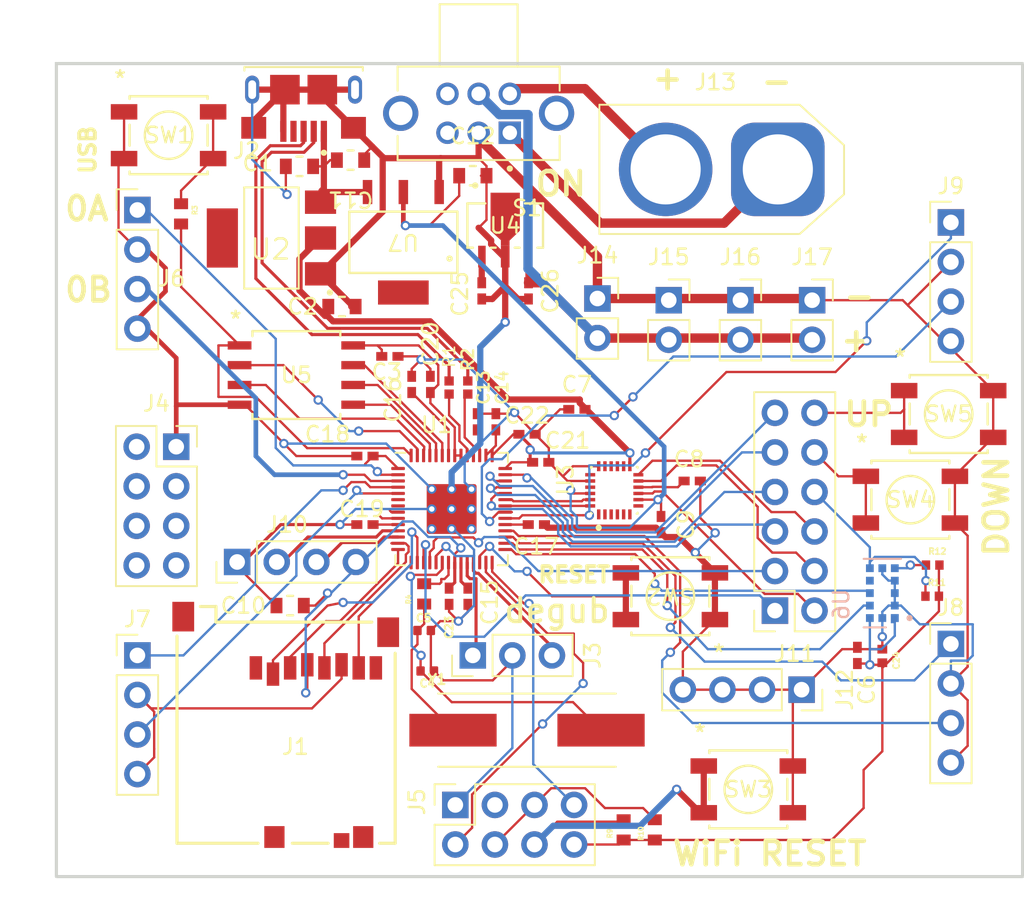
<source format=kicad_pcb>
(kicad_pcb (version 20221018) (generator pcbnew)
  (layers (0 "F.Cu" signal) (31 "B.Cu" signal) (34 "B.Paste" user) (35 "F.Paste" user) (36 "B.SilkS" user "B.Silkscreen") (37 "F.SilkS" user "F.Silkscreen") (38 "B.Mask" user) (39 "F.Mask" user) (44 "Edge.Cuts" user))
  (net 0 "")
  (net 1 "GND")
  (net 3 "/USB-")
  (net 4 "/USB+")
  (net 5 "Net-(U1-USB_DP)")
  (net 6 "Net-(U1-USB_DM)")
  (net 7 "/QSPI_SS")
  (net 8 "+1V1")
  (net 10 "/SPI1_CSn")
  (net 11 "/SPI1_TX")
  (net 12 "/QSPI_SD3")
  (net 13 "/QSPI_SLCK")
  (net 14 "/QSPI_SD0")
  (net 15 "/QSPI_SD2")
  (net 16 "/QSPI_SD1")
  (net 30 "Net-(U1-XIN)")
  (net 31 "Net-(C5-Pad1)")
  (net 32 "Net-(U3-REGOUT)")
  (net 33 "+1V8")
  (net 34 "/SPI1_SCK")
  (net 35 "/SPI1_RX")
  (net 37 "Net-(J3-Pin_1)")
  (net 38 "Net-(J3-Pin_3)")
  (net 39 "/WiFi_TX{slash}GPIO1")
  (net 40 "Net-(U1-XOUT)")
  (net 41 "/M1_PWM_A")
  (net 42 "/M1_PWM_B")
  (net 43 "/M2_PWM_A")
  (net 44 "/M2_PWM_B")
  (net 45 "/M3_PWM_A")
  (net 46 "/M3_PWM_B")
  (net 48 "Net-(J5-Pin_4)")
  (net 49 "/UART1_TX")
  (net 50 "/UART1_RX")
  (net 51 "/WiFi_RX{slash}GPIO3")
  (net 52 "/SPI0_RX")
  (net 53 "/SPI0_CSn")
  (net 54 "/SPI0_SCK")
  (net 55 "/SPI0_TX")
  (net 56 "/M4_PWM_A")
  (net 57 "/M4_PWM_B")
  (net 58 "/PWM7A")
  (net 59 "Net-(U1-RUN)")
  (net 60 "/IMU_AD0")
  (net 61 "/PWM7B")
  (net 62 "/IMU_FSYNC")
  (net 63 "/ADC0{slash}PWM5A")
  (net 64 "/IMU_INT")
  (net 65 "/ADC1{slash}PWM5B")
  (net 66 "/DIST_GPIO")
  (net 67 "/ADC2{slash}PWM6A")
  (net 68 "Net-(J11-Pad10)")
  (net 69 "/ADC3{slash}PWM6B")
  (net 70 "Net-(J11-Pad12)")
  (net 71 "Net-(J13-Pin_1)")
  (net 72 "Net-(J13-Pin_2)")
  (net 73 "/DIST_SDA")
  (net 74 "/DIST_SCL")
  (net 75 "/IMU_SDA")
  (net 76 "/IMU_SCL")
  (net 77 "Net-(U6-XSHUT)")
  (net 79 "+3V3")
  (net 81 "Net-(R3-Pad1)")
  (net 82 "+5V")
  (net 85 "Net-(J14-Pin_2)")
  (net 86 "Net-(J5-Pin_6)")
  (footprint "Connector_AMASS:AMASS_XT60-M_1x02_P7.20mm_Vertical" (layer "F.Cu") (at 213.295 73.3939 180)
    (fp_text reference "J13")
    (fp_text value "BATTERY")
  )
  (footprint "EG2208:SW_EG2208" (layer "F.Cu") (at 194.095 69.7939 180)
    (fp_text reference "S1")
    (fp_text value "Switch")
  )
  (footprint "GMC04X5R105K16NT:GMC04X5R105K16NT" (layer "F.Cu") (at 194 89.6 90)
    (fp_text reference "C13")
    (fp_text value "1uF")
  )
  (footprint "Connector_PinSocket_2.54mm:PinSocket_2x06_P2.54mm_Vertical" (layer "F.Cu") (at 213.11 101.725 180)
    (fp_text reference "J11")
    (fp_text value "~")
  )
  (footprint "Connector_PinSocket_2.54mm:PinSocket_2x04_P2.54mm_Vertical" (layer "F.Cu") (at 192.6 114.2 90)
    (fp_text reference "J5")
    (fp_text value "ESP8266_WIFI")
  )
  (footprint "RP2040:RP2040-QFN-56" (layer "F.Cu") (at 192.3625 95.2)
    (fp_text reference "U1")
    (fp_text value "RP2040")
  )
  (footprint "GMC04X7R104K16NT:GMC04X7R104K16NT" (layer "F.Cu") (at 194.295 81.1939 90)
    (fp_text reference "C25")
    (fp_text value "100nF")
  )
  (footprint "GMC04X7R104K16NT:GMC04X7R104K16NT" (layer "F.Cu") (at 186.8 96.2)
    (fp_text reference "C19")
    (fp_text value "100nF")
  )
  (footprint "Connector_PinHeader_2.54mm:PinHeader_1x04_P2.54mm_Vertical" (layer "F.Cu") (at 172.2 104.6)
    (fp_text reference "J7")
    (fp_text value "M2")
  )
  (footprint "GMC10X5R106M10NT:CAP_GMC10_CCE" (layer "F.Cu") (at 185.8763 72.8 180)
    (fp_text reference "C11")
    (fp_text value "10uF")
  )
  (footprint "GRM155R60J475ME47D:CAPC1005X60N" (layer "F.Cu") (at 220 104.635 -90)
    (fp_text reference "C24")
    (fp_text value "4.7uF")
  )
  (footprint "RC0402FR-071KL:RESC1005X40" (layer "F.Cu") (at 175 76.25 -90)
    (fp_text reference "R3")
    (fp_text value "1k")
  )
  (footprint "GMC10X5R106M10NT:CAP_GMC10_CCE" (layer "F.Cu") (at 182 101.4)
    (fp_text reference "C10")
    (fp_text value "10uF")
  )
  (footprint "RMCF0402FT27R4:RESC1005X35N" (layer "F.Cu") (at 193.4 87.4 -90)
    (fp_text reference "R2")
    (fp_text value "27.4")
  )
  (footprint "C0402C270F5GAC:CAPC1005X55N" (layer "F.Cu") (at 190.8 105.6)
    (fp_text reference "C4")
    (fp_text value "27pF")
  )
  (footprint "GMC04X7R104K16NT:GMC04X7R104K16NT" (layer "F.Cu") (at 197.2 90.4)
    (fp_text reference "C22")
    (fp_text value "100nF")
  )
  (footprint "L78L05ABUTR:SOT-89_STM" (layer "F.Cu") (at 195.8 77)
    (fp_text reference "U4")
    (fp_text value "5V Regulator")
  )
  (footprint "C0402C270F5GAC:CAPC1005X55N" (layer "F.Cu") (at 190.6 103)
    (fp_text reference "C5")
    (fp_text value "27pF")
  )
  (footprint "NCP1117ST18T3G:SOT223-3_ONS" (layer "F.Cu") (at 189.264 78.0749 180)
    (fp_text reference "U7")
    (fp_text value "1V8 Regulator")
  )
  (footprint "Connector_PinHeader_2.54mm:PinHeader_1x04_P2.54mm_Vertical" (layer "F.Cu") (at 224.4 76.8)
    (fp_text reference "J9")
    (fp_text value "M4")
  )
  (footprint "PTS-647-SN50-SMTR2-LFS:PTS 647 SN50 SMTR2 LFS" (layer "F.Cu") (at 221.8 94.6)
    (fp_text reference "SW4")
    (fp_text value "UP")
  )
  (footprint "RC1005F103CS:RESC1005X40N" (layer "F.Cu") (at 223.232 98.8)
    (fp_text reference "R12")
    (fp_text value "10k")
  )
  (footprint "Connector_PinSocket_2.54mm:PinSocket_1x04_P2.54mm_Vertical" (layer "F.Cu") (at 214.82 106.8 -90)
    (fp_text reference "J12")
    (fp_text value "floor")
  )
  (footprint "MEM2051-00-195-00-A:GCT_MEM2051-00-195-00-A" (layer "F.Cu") (at 181.74 109.06 180)
    (fp_text reference "J1")
    (fp_text value "MicroSD Holder")
  )
  (footprint "Connector_PinHeader_2.54mm:PinHeader_1x04_P2.54mm_Vertical" (layer "F.Cu") (at 224.4 103.86)
    (fp_text reference "J8")
    (fp_text value "M3")
  )
  (footprint "ICM-20948:QFN40P300X300X105-24N" (layer "F.Cu") (at 202.8 94 90)
    (fp_text reference "U3")
    (fp_text value "ICM-20948")
  )
  (footprint "ABLS-12.000MHZ-K2-T:XTAL_ABLS-12.000MHZ-K2-T" (layer "F.Cu") (at 197.2 109.4)
    (fp_text reference "Y1")
    (fp_text value "12MHz")
  )
  (footprint "Connector_PinSocket_2.54mm:PinSocket_1x02_P2.54mm_Vertical" (layer "F.Cu") (at 206.295 81.7939)
    (fp_text reference "J15")
    (fp_text value "ESC_POW1")
  )
  (footprint "GMC04X7R104K16NT:GMC04X7R104K16NT" (layer "F.Cu") (at 200.4 88.8 180)
    (fp_text reference "C7")
    (fp_text value "100nF")
  )
  (footprint "PTS-647-SN50-SMTR2-LFS:PTS 647 SN50 SMTR2 LFS" (layer "F.Cu") (at 211.4 113.2)
    (fp_text reference "SW3")
    (fp_text value "WiFi_RESET")
  )
  (footprint "GMC04X7R104K16NT:GMC04X7R104K16NT" (layer "F.Cu") (at 197.8 96.2 180)
    (fp_text reference "C17")
    (fp_text value "100nF")
  )
  (footprint "GMC04X5R105K16NT:GMC04X5R105K16NT" (layer "F.Cu") (at 197.295 81.1939 90)
    (fp_text reference "C26")
    (fp_text value "1uF")
  )
  (footprint "GMC04X7R104K16NT:GMC04X7R104K16NT" (layer "F.Cu") (at 188.4 85.4)
    (fp_text reference "C3")
    (fp_text value "100nF")
  )
  (footprint "RC0402FR-071KL:RESC1005X40" (layer "F.Cu") (at 190.6 100.65 -90)
    (fp_text reference "R4")
    (fp_text value "1k")
  )
  (footprint "GMC04X7R104K16NT:GMC04X7R104K16NT" (layer "F.Cu") (at 207.8 93.4 180)
    (fp_text reference "C8")
    (fp_text value "100nF")
  )
  (footprint "Connector_PinHeader_2.54mm:PinHeader_1x04_P2.54mm_Vertical" (layer "F.Cu") (at 178.6 98.6 90)
    (fp_text reference "J10")
    (fp_text value "UART1")
  )
  (footprint "RC1005F103CS:RESC1005X40N" (layer "F.Cu") (at 223.2 100.8)
    (fp_text reference "R11")
    (fp_text value "10k")
  )
  (footprint "GMC04X7R104K16NT:GMC04X7R104K16NT" (layer "F.Cu") (at 205.8 96.2 90)
    (fp_text reference "C9")
    (fp_text value "100nF")
  )
  (footprint "Connector_PinSocket_2.54mm:PinSocket_1x02_P2.54mm_Vertical" (layer "F.Cu") (at 201.72 81.6839)
    (fp_text reference "J14")
    (fp_text value "ESC_POW1")
  )
  (footprint "Connector_PinSocket_2.54mm:PinSocket_2x04_P2.54mm_Vertical" (layer "F.Cu") (at 174.69 91.2)
    (fp_text reference "J4")
    (fp_text value "CAM/SPI0")
  )
  (footprint "GMC10X5R106M10NT:CAP_GMC10_CCE" (layer "F.Cu") (at 185.3237 82.2 180)
    (fp_text reference "C2")
    (fp_text value "10uF")
  )
  (footprint "GMC04X7R104K16NT:GMC04X7R104K16NT" (layer "F.Cu") (at 189.8 87.2 90)
    (fp_text reference "C16")
    (fp_text value "100nF")
  )
  (footprint "RMCF0402FT27R4:RESC1005X35N" (layer "F.Cu") (at 192.2 87.4 -90)
    (fp_text reference "R1")
    (fp_text value "27.4")
  )
  (footprint "GMC04X7R104K16NT:GMC04X7R104K16NT" (layer "F.Cu") (at 193.4 100.8 -90)
    (fp_text reference "C15")
    (fp_text value "100nF")
  )
  (footprint "NCP1117LPST33T3G:SOT230P700X175-4N" (layer "F.Cu") (at 180.8 77.8 180)
    (fp_text reference "U2")
    (fp_text value "3V3 Regulator")
  )
  (footprint "GMC04X7R104K16NT:GMC04X7R104K16NT" (layer "F.Cu") (at 218.4 104.6 -90)
    (fp_text reference "C6")
    (fp_text value "100nF")
  )
  (footprint "PTS-647-SN50-SMTR2-LFS:PTS 647 SN50 SMTR2 LFS" (layer "F.Cu") (at 174.2 71.2)
    (fp_text reference "SW1")
    (fp_text value "Button")
  )
  (footprint "10118193-0001LF:AMPHENOL_10118193-0001LF" (layer "F.Cu") (at 182.864 68.2749 180)
    (fp_text reference "J2")
    (fp_text value "MicroUSB Connector")
  )
  (footprint "Connector_PinHeader_2.54mm:PinHeader_1x03_P2.54mm_Vertical" (layer "F.Cu") (at 193.72 104.6 90)
    (fp_text reference "J3")
    (fp_text value "DEBUG")
  )
  (footprint "RC0402FR-073K3L:RESC1005X40" (layer "F.Cu") (at 205.4 115.8 90)
    (fp_text reference "R10")
    (fp_text value "3.3k")
  )
  (footprint "GMC04X7R104K16NT:GMC04X7R104K16NT" (layer "F.Cu") (at 198.0793 92.2)
    (fp_text reference "C21")
    (fp_text value "100nF")
  )
  (footprint "PTS-647-SN50-SMTR2-LFS:PTS 647 SN50 SMTR2 LFS" (layer "F.Cu") (at 224.2575 89.1)
    (fp_text reference "SW5")
    (fp_text value "DOWN")
  )
  (footprint "GMC04X7R104K16NT:GMC04X7R104K16NT" (layer "F.Cu") (at 191 87.2 90)
    (fp_text reference "C20")
    (fp_text value "100nF")
  )
  (footprint "GMC04X7R104K16NT:GMC04X7R104K16NT" (layer "F.Cu") (at 186.8 91.8)
    (fp_text reference "C18")
    (fp_text value "100nF")
  )
  (footprint "GMC04X7R104K16NT:GMC04X7R104K16NT" (layer "F.Cu") (at 192.2 100.8 -90)
    (fp_text reference "C23")
    (fp_text value "100nF")
  )
  (footprint "Connector_PinSocket_2.54mm:PinSocket_1x02_P2.54mm_Vertical" (layer "F.Cu") (at 215.495 81.7939)
    (fp_text reference "J17")
    (fp_text value "ESC_POW1")
  )
  (footprint "W25Q128JVSIQ-TR:SOIC_208MIL_WIN" (layer "F.Cu") (at 182.4 86.6)
    (fp_text reference "U5")
    (fp_text value "W25Q128JVSIQ TR")
  )
  (footprint "RC0402FR-071KL:RESC1005X40" (layer "F.Cu") (at 203.4 115.8 90)
    (fp_text reference "R9")
    (fp_text value "1k")
  )
  (footprint "Connector_PinSocket_2.54mm:PinSocket_1x02_P2.54mm_Vertical" (layer "F.Cu") (at 210.895 81.7939)
    (fp_text reference "J16")
    (fp_text value "ESC_POW1")
  )
  (footprint "GMC10X5R106M10NT:CAP_GMC10_CCE" (layer "F.Cu") (at 182.6 73.2 180)
    (fp_text reference "C1")
    (fp_text value "10uF")
  )
  (footprint "GMC10X5R106M10NT:CAP_GMC10_CCE" (layer "F.Cu") (at 193.7237 73.8)
    (fp_text reference "C12")
    (fp_text value "10uF")
  )
  (footprint "PTS-647-SN50-SMTR2-LFS:PTS 647 SN50 SMTR2 LFS" (layer "F.Cu") (at 206.4 100.8 180)
    (fp_text reference "SW2")
    (fp_text value "Button")
  )
  (footprint "Connector_PinHeader_2.54mm:PinHeader_1x04_P2.54mm_Vertical" (layer "F.Cu") (at 172.2 76)
    (fp_text reference "J6")
    (fp_text value "M1")
  )
  (footprint "GMC04X5R105K16NT:GMC04X5R105K16NT" (layer "F.Cu") (at 195.2 89.6 90)
    (fp_text reference "C14")
    (fp_text value "1uF")
  )
  (footprint "VL53L4CXV0DH_1:XCDR_VL53L4CXV0DH_1" (layer "B.Cu") (at 220 100.6 -90)
    (fp_text reference "U6")
    (fp_text value "Distance Sensor")
  )
  (gr_rect (start 167 66.6) (end 229 118.8) (stroke (width 0.2)) (fill none) (layer "Edge.Cuts"))
  (gr_text "-\n" (at 217.4 82.4) (layer "F.SilkS") (effects (font (size 1.5 1.5) (thickness 0.3) bold) (justify left bottom)))
  (gr_text "UP" (at 217.4 90) (layer "F.SilkS") (effects (font (size 1.5 1.5) (thickness 0.3) bold) (justify left bottom)))
  (gr_text "DOWN" (at 228.2 98.4 90) (layer "F.SilkS") (effects (font (size 1.5 1.5) (thickness 0.3) bold) (justify left bottom)))
  (gr_text "USB" (at 169.6 73.8 90) (layer "F.SilkS") (effects (font (size 1 1) (thickness 0.25) bold) (justify left bottom)))
  (gr_text "degub" (at 195.6 102.6) (layer "F.SilkS") (effects (font (size 1.5 1.5) (thickness 0.25) bold) (justify left bottom)))
  (gr_text "RESET" (at 197.8 100) (layer "F.SilkS") (effects (font (size 1 1) (thickness 0.25) bold) (justify left bottom)))
  (gr_text "0B\n" (at 167.4 82) (layer "F.SilkS") (effects (font (size 1.5 1.5) (thickness 0.3) bold) (justify left bottom)))
  (gr_text "ON" (at 197.6 75.2) (layer "F.SilkS") (effects (font (size 1.5 1.5) (thickness 0.3) bold) (justify left bottom)))
  (gr_text "+" (at 205.095 68.3939) (layer "F.SilkS") (effects (font (size 1.5 1.5) (thickness 0.3) bold) (justify left bottom)))
  (gr_text "+\n" (at 217.2 85.2) (layer "F.SilkS") (effects (font (size 1.5 1.5) (thickness 0.3) bold) (justify left bottom)))
  (gr_text "WiFi RESET" (at 206.4 118.2) (layer "F.SilkS") (effects (font (size 1.5 1.5) (thickness 0.3) bold) (justify left bottom)))
  (gr_text "0A" (at 167.4 76.8) (layer "F.SilkS") (effects (font (size 1.5 1.5) (thickness 0.3) bold) (justify left bottom)))
  (gr_text "-" (at 212.095 68.5939) (layer "F.SilkS") (effects (font (size 1.5 1.5) (thickness 0.3) bold) (justify left bottom)))
  (segment (start 198.6 91.2793) (end 197.7207 90.4) (width 0.15) (layer "F.Cu") (net 1))
  (segment (start 191.03 105.6) (end 191.23 105.8) (width 0.15) (layer "F.Cu") (net 1))
  (segment (start 194.295 81.7146) (end 194.9744 81.7146) (width 0.4) (layer "F.Cu") (net 1))
  (segment (start 194.6 73.1799) (end 194.095 72.6749) (width 0.15) (layer "F.Cu") (net 1))
  (segment (start 191.3625 98.211091) (end 191.773591 97.8) (width 0.15) (layer "F.Cu") (net 1))
  (segment (start 221.6575 82.1425) (end 221.3089 81.7939) (width 0.15) (layer "F.Cu") (net 1))
  (segment (start 192.8 102.4) (end 193.4 101.8) (width 0.15) (layer "F.Cu") (net 1))
  (segment (start 183.95 80.1) (end 185.9207 82.0707) (width 0.4) (layer "F.Cu") (net 1))
  (segment (start 178.6 99) (end 181.4 96.2) (width 0.2) (layer "F.Cu") (net 1))
  (segment (start 192.2 101.3207) (end 192.2 101.8) (width 0.15) (layer "F.Cu") (net 1))
  (segment (start 181.4 96.2) (end 185.2 96.2) (width 0.2) (layer "F.Cu") (net 1))
  (segment (start 191.773591 97.8) (end 192 97.6) (width 0.15) (layer "F.Cu") (net 1))
  (segment (start 199.5 93.1) (end 198.6 92.2) (width 0.15) (layer "F.Cu") (net 1))
  (segment (start 170.9869 73.0556) (end 170.9869 77.3269) (width 0.15) (layer "F.Cu") (net 1))
  (segment (start 195.8 80.899) (end 196.6156 81.7146) (width 0.4) (layer "F.Cu") (net 1))
  (segment (start 191.3625 98.6375) (end 191.3625 98.211091) (width 0.15) (layer "F.Cu") (net 1))
  (segment (start 207.2 104.3575) (end 209.2575 102.3) (width 0.15) (layer "F.Cu") (net 1))
  (segment (start 181.664 68.2749) (end 179.564 68.2749) (width 0.4) (layer "F.Cu") (net 1))
  (segment (start 191.3625 96.2) (end 192.3625 95.2) (width 0.15) (layer "F.Cu") (net 1))
  (segment (start 194 89.0793) (end 195.2 89.0793) (width 0.15) (layer "F.Cu") (net 1))
  (segment (start 196.26 104.94) (end 196.26 104.6) (width 0.15) (layer "F.Cu") (net 1))
  (segment (start 194.6 73.8) (end 194.6 73.1799) (width 0.15) (layer "F.Cu") (net 1))
  (segment (start 199.8 93.4) (end 199.5 93.1) (width 0.15) (layer "F.Cu") (net 1))
  (segment (start 181.564 68.3749) (end 181.664 68.2749) (width 0.4) (layer "F.Cu") (net 1))
  (segment (start 194.6 73.8) (end 194.6 76.6391) (width 0.15) (layer "F.Cu") (net 1))
  (segment (start 187.26955 71.93045) (end 187.939 72.5999) (width 0.4) (layer "F.Cu") (net 1))
  (segment (start 184.064 68.2749) (end 184.064 68.7249) (width 0.4) (layer "F.Cu") (net 1))
  (segment (start 191.664 72.6749) (end 194.095 72.6749) (width 0.4) (layer "F.Cu") (net 1))
  (segment (start 191.03 103) (end 191.63 102.4) (width 0.15) (layer "F.Cu") (net 1))
  (segment (start 224.6575 93.1) (end 224.6575 93.0575) (width 0.15) (layer "F.Cu") (net 1))
  (segment (start 174 79.74) (end 174 81.22) (width 0.3) (layer "F.Cu") (net 1))
  (segment (start 220 103.4) (end 220 104.2) (width 0.15) (layer "F.Cu") (net 1))
  (segment (start 183.4 108) (end 173.06 108) (width 0.15) (layer "F.Cu") (net 1))
  (segment (start 227.115 87.6) (end 221.6575 82.1425) (width 0.15) (layer "F.Cu") (net 1))
  (segment (start 186.7526 72.4474) (end 187.26955 71.93045) (width 0.15) (layer "F.Cu") (net 1))
  (segment (start 184.064 68.7249) (end 186.064 70.7249) (width 0.4) (layer "F.Cu") (net 1))
  (segment (start 198.3207 96.2) (end 198.5207 96.4) (width 0.4) (layer "F.Cu") (net 1))
  (segment (start 184.064 68.2749) (end 186.164 68.2749) (width 0.4) (layer "F.Cu") (net 1))
  (segment (start 172.2 112.22) (end 173.275 111.145) (width 0.15) (layer "F.Cu") (net 1))
  (segment (start 198.6 92.2) (end 198.6 91.2793) (width 0.15) (layer "F.Cu") (net 1))
  (segment (start 227.115 90.6) (end 227.115 87.6) (width 0.15) (layer "F.Cu") (net 1))
  (segment (start 195 106.2) (end 196.26 104.94) (width 0.15) (layer "F.Cu") (net 1))
  (segment (start 181.7237 74.9237) (end 181.7237 73.2) (width 0.15) (layer "F.Cu") (net 1))
  (segment (start 192.2 101.8) (end 192.8 102.4) (width 0.15) (layer "F.Cu") (net 1))
  (segment (start 187.939 76.111) (end 187.939 72.5999) (width 0.4) (layer "F.Cu") (net 1))
  (segment (start 196.4 89.0793) (end 196.4 89) (width 0.15) (layer "F.Cu") (net 1))
  (segment (start 178.6 98.8763) (end 178.6 98.6) (width 0.15) (layer "F.Cu") (net 1))
  (segment (start 186.064 70.7249) (end 187.26955 71.93045) (width 0.4) (layer "F.Cu") (net 1))
  (segment (start 182.4 91.8) (end 181.6 91) (width 0.15) (layer "F.Cu") (net 1))
  (segment (start 193.4 101.8) (end 193.4 101.3207) (width 0.15) (layer "F.Cu") (net 1))
  (segment (start 195.695 78.9939) (end 195.8 78.9939) (width 0.4) (layer "F.Cu") (net 1))
  (segment (start 172.2 83.02) (end 174.69 85.51) (width 0.3) (layer "F.Cu") (net 1))
  (segment (start 191.63 102.4) (end 192.8 102.4) (width 0.15) (layer "F.Cu") (net 1))
  (segment (start 186.2793 96.2) (end 185.2 96.2) (width 0.15) (layer "F.Cu") (net 1))
  (segment (start 178.7551 88.505) (end 174.785 88.505) (width 0.3) (layer "F.Cu") (net 1))
  (segment (start 224.6575 93.0575) (end 227.115 90.6) (width 0.15) (layer "F.Cu") (net 1))
  (segment (start 190.83 103.2) (end 191.03 103) (width 0.15) (layer "F.Cu") (net 1))
  (segment (start 194.095 71.3819) (end 194.095 71.0439) (width 0.6) (layer "F.Cu") (net 1))
  (segment (start 181.1237 101.4) (end 178.6 98.8763) (width 0.15) (layer "F.Cu") (net 1))
  (segment (start 225.475 107.475) (end 224.4 106.4) (width 0.15) (layer "F.Cu") (net 1))
  (segment (start 207.2 106.8) (end 207.2 104.3575) (width 0.15) (layer "F.Cu") (net 1))
  (segment (start 192 97.6) (end 192 97.8) (width 0.15) (layer "F.Cu") (net 1))
  (segment (start 199.8793 88.8) (end 199.3207 88.8) (width 0.15) (layer "F.Cu") (net 1))
  (segment (start 206.9575 97) (end 206.0793 97) (width 0.4) (layer "F.Cu") (net 1))
  (segment (start 214.2575 111.7) (end 214.2575 107.3625) (width 0.15) (layer "F.Cu") (net 1))
  (segment (start 179.664 70.2749) (end 181.664 68.2749) (width 0.4) (layer "F.Cu") (net 1))
  (segment (start 224.4 106.4) (end 225.475 105.325) (width 0.15) (layer "F.Cu") (net 1))
  (segment (start 199.3207 88.8) (end 197.7207 90.4) (width 0.15) (layer "F.Cu") (net 1))
  (segment (start 187.939 72.5999) (end 188.014 72.6749) (width 0.4) (layer "F.Cu") (net 1))
  (segment (start 173.275 108.215) (end 172.2 107.14) (width 0.15) (layer "F.Cu") (net 1))
  (segment (start 214.82 106.8) (end 217.42 104.2) (width 0.15) (layer "F.Cu") (net 1))
  (segment (start 214.82 106.8) (end 207.2 106.8) (width 0.15) (layer "F.Cu") (net 1))
  (segment (start 171.3425 69.7) (end 171.3425 72.7) (width 0.15) (layer "F.Cu") (net 1))
  (segment (start 225.475 105.325) (end 225.475 96.9175) (width 0.15) (layer "F.Cu") (net 1))
  (segment (start 173.275 111.145) (end 173.275 110.6) (width 0.15) (layer "F.Cu") (net 1))
  (segment (start 187.06955 71.93045) (end 187.26955 71.93045) (width 0.15) (layer "F.Cu") (net 1))
  (segment (start 206.0793 97) (end 205.8 96.7207) (width 0.4) (layer "F.Cu") (net 1))
  (segment (start 174 81.22) (end 172.2 83.02) (width 0.3) (layer "F.Cu") (net 1))
  (segment (start 191.03 103) (end 191.03 105.6) (width 0.15) (layer "F.Cu") (net 1))
  (segment (start 217.42 104.2) (end 220 104.2) (width 0.15) (layer "F.Cu") (net 1))
  (segment (start 186.7526 72.8) (end 186.7526 72.4474) (width 0.15) (layer "F.Cu") (net 1))
  (segment (start 183.95 80.1) (end 187.939 76.111) (width 0.4) (layer "F.Cu") (net 1))
  (segment (start 181.6 91) (end 179.105 88.505) (width 0.15) (layer "F.Cu") (net 1))
  (segment (start 190.2 85.4) (end 190.4 85.6) (width 0.15) (layer "F.Cu") (net 1))
  (segment (start 224.4 111.48) (end 225.475 110.405) (width 0.15) (layer "F.Cu") (net 1))
  (segment (start 194.6 76.6391) (end 194.095 77.1441) (width 0.15) (layer "F.Cu") (net 1))
  (segment (start 191.23 105.6) (end 191.83 106.2) (width 0.15) (layer "F.Cu") (net 1))
  (segment (start 195.8 80.899) (end 195.8 83.2) (width 0.4) (layer "F.Cu") (net 1))
  (segment (start 174.69 88.6) (end 174.69 91.2) (width 0.3) (layer "F.Cu") (net 1))
  (segment (start 201.8 92.455) (end 200.145 92.455) (width 0.15) (layer "F.Cu") (net 1))
  (segment (start 186.2793 91.8) (end 182.4 91.8) (width 0.15) (layer "F.Cu") (net 1))
  (segment (start 201.72 79.0069) (end 194.095 71.3819) (width 0.6) (layer "F.Cu") (net 1))
  (segment (start 214.2575 107.3625) (end 214.82 106.8) (width 0.15) (layer "F.Cu") (net 1))
  (segment (start 200.145 92.455) (end 199.5 93.1) (width 0.15) (layer "F.Cu") (net 1))
  (segment (start 194.9744 81.7146) (end 195.8 80.889) (width 0.4) (layer "F.Cu") (net 1))
  (segment (start 191.5627 72.7762) (end 191.664 72.6749) (width 0.4) (layer "F.Cu") (net 1))
  (segment (start 198.5207 96.4) (end 205.4793 96.4) (width 0.4) (layer "F.Cu") (net 1))
  (segment (start 195.8 80.889) (end 195.8 78.9939) (width 0.4) (layer "F.Cu") (net 1))
  (segment (start 173.06 108) (end 172.2 107.14) (width 0.15) (layer "F.Cu") (net 1))
  (segment (start 196.4 89) (end 197.7207 90.4) (width 0.15) (layer "F.Cu") (net 1))
  (segment (start 170.9869 77.3269) (end 172.2 78.54) (width 0.15) (layer "F.Cu") (net 1))
  (segment (start 215.385 81.6839) (end 215.495 81.7939) (width 0.6) (layer "F.Cu") (net 1))
  (segment (start 221.3089 81.7939) (end 215.495 81.7939) (width 0.15) (layer "F.Cu") (net 1))
  (segment (start 186.2 82.2) (end 186.05 82.2) (width 0.15) (layer "F.Cu") (net 1))
  (segment (start 172.2 77.94) (end 174 79.74) (width 0.3) (layer "F.Cu") (net 1))
  (segment (start 189.8 86.2) (end 190.4 85.6) (width 0.15) (layer "F.Cu") (net 1))
  (segment (start 191.5627 74.8491) (end 191.5627 72.7762) (width 0.4) (layer "F.Cu") (net 1))
  (segment (start 189.8 86.6793) (end 189.8 86.2) (width 0.15) (layer "F.Cu") (net 1))
  (segment (start 214.2575 114.7) (end 214.2575 111.7) (width 0.15) (layer "F.Cu") (net 1))
  (segment (start 195.2 89.0793) (end 196.4 89.0793) (width 0.15) (layer "F.Cu") (net 1))
  (segment (start 224.4 79.34) (end 221.6575 82.0825) (width 0.15) (layer "F.Cu") (net 1))
  (segment (start 194.6 73.8) (end 194.2432 73.8) (width 0.15) (layer "F.Cu") (net 1))
  (segment (start 179.664 70.7249) (end 179.664 70.2749) (width 0.4) (layer "F.Cu") (net 1))
  (segment (start 201.72 81.6839) (end 215.385 81.6839) (width 0.6) (layer "F.Cu") (net 1))
  (segment (start 190.4 85.6) (end 191 86.2) (width 0.15) (layer "F.Cu") (net 1))
  (segment (start 179.105 88.505) (end 178.7551 88.505) (width 0.15) (layer "F.Cu") (net 1))
  (segment (start 201.255 93.4) (end 199.8 93.4) (width 0.15) (layer "F.Cu") (net 1))
  (segment (start 191 86.2) (end 191 86.6793) (width 0.15) (layer "F.Cu") (net 1))
  (segment (start 194.095 71.0439) (end 194.095 72.6749) (width 0.4) (layer "F.Cu") (net 1))
  (segment (start 225.475 96.9175) (end 224.6575 96.1) (width 0.15) (layer "F.Cu") (net 1))
  (segment (start 209.2575 99.3) (end 209.2575 102.3) (width 0.4) (layer "F.Cu") (net 1))
  (segment (start 173.275 110.6) (end 173.275 108.215) (width 0.15) (layer "F.Cu") (net 1))
  (segment (start 194.095 77.1441) (end 194.8963 77.9454) (width 0.4) (layer "F.Cu") (net 1))
  (segment (start 181.664 68.2749) (end 184.064 68.2749) (width 0.4) (layer "F.Cu") (net 1))
  (segment (start 174.785 88.505) (end 174.69 88.6) (width 0.3) (layer "F.Cu") (net 1))
  (segment (start 201.72 81.6839) (end 201.72 79.0069) (width 0.6) (layer "F.Cu") (net 1))
  (segment (start 221.6575 82.0825) (end 221.6575 82.1425) (width 0.15) (layer "F.Cu") (net 1))
  (segment (start 186.05 82.2) (end 185.9207 82.0707) (width 0.15) (layer "F.Cu") (net 1))
  (segment (start 188.014 72.6749) (end 191.664 72.6749) (width 0.4) (layer "F.Cu") (net 1))
  (segment (start 181.564 70.9499) (end 181.564 68.3749) (width 0.4) (layer "F.Cu") (net 1))
  (segment (start 209.2575 99.3) (end 206.9575 97) (width 0.4) (layer "F.Cu") (net 1))
  (segment (start 185.3 105.2) (end 185.3 106.1) (width 0.15) (layer "F.Cu") (net 1))
  (segment (start 205.4793 96.4) (end 205.8 96.7207) (width 0.4) (layer "F.Cu") (net 1))
  (segment (start 196.6156 81.7146) (end 197.295 81.7146) (width 0.4) (layer "F.Cu") (net 1))
  (segment (start 195.8 78.9939) (end 195.8 80.899) (width 0.4) (layer "F.Cu") (net 1))
  (segment (start 209.270878 96.729122) (end 208.3207 95.778944) (width 0.15) (layer "F.Cu") (net 1))
  (segment (start 188.9207 85.4) (end 190.2 85.4) (width 0.15) (layer "F.Cu") (net 1))
  (segment (start 174.69 85.51) (end 174.69 88.6) (width 0.3) (layer "F.Cu") (net 1))
  (segment (start 191.83 106.2) (end 195 106.2) (width 0.15) (layer "F.Cu") (net 1))
  (segment (start 171.3425 72.7) (end 170.9869 73.0556) (width 0.15) (layer "F.Cu") (net 1))
  (segment (start 185.3 106.1) (end 183.4 108) (width 0.15) (layer "F.Cu") (net 1))
  (segment (start 185.9207 82.0707) (end 185.9207 82.2) (width 0.4) (layer "F.Cu") (net 1))
  (segment (start 181.8 75) (end 181.7237 74.9237) (width 0.15) (layer "F.Cu") (net 1))
  (segment (start 194.8963 78.1952) (end 195.695 78.9939) (width 0.4) (layer "F.Cu") (net 1))
  (segment (start 192.783153 96.475) (end 193.6375 96.475) (width 0.15) (layer "F.Cu") (net 1))
  (segment (start 194.8963 77.9454) (end 194.8963 78.1952) (width 0.4) (layer "F.Cu") (net 1))
  (segment (start 224.6575 96.1) (end 224.6575 93.1) (width 0.15) (layer "F.Cu") (net 1))
  (segment (start 208.3207 95.778944) (end 208.3207 93.4) (width 0.15) (layer "F.Cu") (net 1))
  (segment (start 225.475 110.405) (end 225.475 107.475) (width 0.15) (layer "F.Cu") (net 1))
  (via (at 192.8 102.4) (size 0.6) (drill 0.35) (layers "F.Cu" "B.Cu") (net 1))
  (via (at 208 98) (size 0.6) (drill 0.35) (layers "F.Cu" "B.Cu") (net 1))
  (via (at 195.8 83.2) (size 0.6) (drill 0.35) (layers "F.Cu" "B.Cu") (net 1))
  (via (at 181.8 75) (size 0.6) (drill 0.35) (layers "F.Cu" "B.Cu") (net 1))
  (via (at 209.270878 96.729122) (size 0.6) (drill 0.35) (layers "F.Cu" "B.Cu") (net 1))
  (via (at 220 103.4) (size 0.6) (drill 0.35) (layers "F.Cu" "B.Cu") (net 1))
  (via (at 196.4 89) (size 0.6) (drill 0.35) (layers "F.Cu" "B.Cu") (net 1))
  (via (at 181.6 91) (size 0.6) (drill 0.35) (layers "F.Cu" "B.Cu") (net 1))
  (via (at 190.4 85.6) (size 0.6) (drill 0.35) (layers "F.Cu" "B.Cu") (net 1))
  (via (at 192 97.6) (size 0.6) (drill 0.35) (layers "F.Cu" "B.Cu") (net 1))
  (via (at 185.2 96.2) (size 0.6) (drill 0.35) (layers "F.Cu" "B.Cu") (net 1))
  (segment (start 181.6 91) (end 188.1625 91) (width 0.15) (layer "B.Cu") (net 1))
  (segment (start 179.564 68.2749) (end 179.564 72.764) (width 0.15) (layer "B.Cu") (net 1))
  (segment (start 221.2 101.4) (end 222.4 102.6) (width 0.15) (layer "B.Cu") (net 1))
  (segment (start 193.563959 97.563959) (end 192.475 96.475) (width 0.15) (layer "B.Cu") (net 1))
  (segment (start 220.4 101.4) (end 220.8 101.4) (width 0.15) (layer "B.Cu") (net 1))
  (segment (start 196.2 89) (end 193.2 92) (width 0.15) (layer "B.Cu") (net 1))
  (segment (start 193.8 98.2) (end 193.8 97.81649) (width 0.15) (layer "B.Cu") (net 1))
  (segment (start 186.2 95.2) (end 191.0875 95.2) (width 0.15) (layer "B.Cu") (net 1))
  (segment (start 193.8 101.4) (end 193.8 98.2) (width 0.15) (layer "B.Cu") (net 1))
  (segment (start 192.475 96.475) (end 192.3625 96.475) (width 0.15) (layer "B.Cu") (net 1))
  (segment (start 220 99.4) (end 220 99) (width 0.15) (layer "B.Cu") (net 1))
  (segment (start 220 102.2) (end 220 101.8) (width 0.15) (layer "B.Cu") (net 1))
  (segment (start 225.475 104.935) (end 224.4 104.935) (width 0.15) (layer "B.Cu") (net 1))
  (segment (start 194.2 91) (end 192.3625 92.8375) (width 0.4) (layer "B.Cu") (net 1))
  (segment (start 193.2 92) (end 193.2 93.4875) (width 0.15) (layer "B.Cu") (net 1))
  (segment (start 185.2 96.2) (end 186.2 95.2) (width 0.15) (layer "B.Cu") (net 1))
  (segment (start 220.4 99.8) (end 220 99.4) (width 0.15) (layer "B.Cu") (net 1))
  (segment (start 194.2 84.8) (end 194.2 91) (width 0.4) (layer "B.Cu") (net 1))
  (segment (start 195.8 83.2) (end 194.2 84.8) (width 0.4) (layer "B.Cu") (net 1))
  (segment (start 220 101.8) (end 220.4 101.4) (width 0.15) (layer "B.Cu") (net 1))
  (segment (start 220.8 101.4) (end 221.2 101.4) (width 0.15) (layer "B.Cu") (net 1))
  (segment (start 190.4 85.6) (end 193 85.6) (width 0.15) (layer "B.Cu") (net 1))
  (segment (start 193 85.6) (end 196.4 89) (width 0.15) (layer "B.Cu") (net 1))
  (segment (start 193.2 93.4875) (end 193.6375 93.925) (width 0.15) (layer "B.Cu") (net 1))
  (segment (start 225.8 102.6) (end 225.8 104.61) (width 0.15) (layer "B.Cu") (net 1))
  (segment (start 193.779724 98.220276) (end 193.8 98.2) (width 0.15) (layer "B.Cu") (net 1))
  (segment (start 196.4 89) (end 196.2 89) (width 0.15) (layer "B.Cu") (net 1))
  (segment (start 209.270878 96.729122) (end 208 98) (width 0.15) (layer "B.Cu") (net 1))
  (segment (start 192.3625 92.8375) (end 192.3625 93.925) (width 0.4) (layer "B.Cu") (net 1))
  (segment (start 220 102.2) (end 220 103.4) (width 0.15) (layer "B.Cu") (net 1))
  (segment (start 192.620276 98.220276) (end 193.779724 98.220276) (width 0.15) (layer "B.Cu") (net 1))
  (segment (start 220.8 101.4) (end 220.8 99.8) (width 0.15) (layer "B.Cu") (net 1))
  (segment (start 220.8 99.8) (end 220.4 99.8) (width 0.15) (layer "B.Cu") (net 1))
  (segment (start 188.1625 91) (end 191.0875 93.925) (width 0.15) (layer "B.Cu") (net 1))
  (segment (start 224.4 104.935) (end 224.4 106.4) (width 0.15) (layer "B.Cu") (net 1))
  (segment (start 179.564 72.764) (end 181.8 75) (width 0.15) (layer "B.Cu") (net 1))
  (segment (start 192.8 102.4) (end 193.8 101.4) (width 0.15) (layer "B.Cu") (net 1))
  (segment (start 193.563959 97.580449) (end 193.563959 97.563959) (width 0.15) (layer "B.Cu") (net 1))
  (segment (start 192 97.6) (end 192.620276 98.220276) (width 0.15) (layer "B.Cu") (net 1))
  (segment (start 196.26 110.54) (end 192.6 114.2) (width 0.15) (layer "B.Cu") (net 1))
  (segment (start 222.4 102.6) (end 225.8 102.6) (width 0.15) (layer "B.Cu") (net 1))
  (segment (start 225.8 104.61) (end 225.475 104.935) (width 0.15) (layer "B.Cu") (net 1))
  (segment (start 196.26 104.6) (end 196.26 110.54) (width 0.15) (layer "B.Cu") (net 1))
  (segment (start 193.8 97.81649) (end 193.563959 97.580449) (width 0.15) (layer "B.Cu") (net 1))
  (segment (start 182.893926 72.294974) (end 180.8 72.294974) (width 0.2) (layer "F.Cu") (net 3))
  (segment (start 190.8 83.6) (end 193.4 86.2) (width 0.2) (layer "F.Cu") (net 3))
  (segment (start 180.2 72.894974) (end 180.2 79.4) (width 0.2) (layer "F.Cu") (net 3))
  (segment (start 180.2 79.4) (end 184.4 83.6) (width 0.2) (layer "F.Cu") (net 3))
  (segment (start 184.4 83.6) (end 190.8 83.6) (width 0.2) (layer "F.Cu") (net 3))
  (segment (start 180.8 72.294974) (end 180.2 72.894974) (width 0.2) (layer "F.Cu") (net 3))
  (segment (start 183.514 71.6749) (end 182.893926 72.294974) (width 0.2) (layer "F.Cu") (net 3))
  (segment (start 183.514 70.9499) (end 183.514 71.6749) (width 0.2) (layer "F.Cu") (net 3))
  (segment (start 193.4 86.2) (end 193.4 86.98) (width 0.2) (layer "F.Cu") (net 3))
  (segment (start 182.864 71.6749) (end 182.664 71.8749) (width 0.2) (layer "F.Cu") (net 4))
  (segment (start 180.7251 71.8749) (end 179.8 72.8) (width 0.2) (layer "F.Cu") (net 4))
  (segment (start 182.864 70.9499) (end 182.864 71.6749) (width 0.2) (layer "F.Cu") (net 4))
  (segment (start 179.8 80.4) (end 183.4 84) (width 0.2) (layer "F.Cu") (net 4))
  (segment (start 179.8 72.8) (end 179.8 80.4) (width 0.2) (layer "F.Cu") (net 4))
  (segment (start 190.2 84) (end 192.2 86) (width 0.2) (layer "F.Cu") (net 4))
  (segment (start 192.2 86) (end 192.2 86.98) (width 0.2) (layer "F.Cu") (net 4))
  (segment (start 182.664 71.8749) (end 180.7251 71.8749) (width 0.2) (layer "F.Cu") (net 4))
  (segment (start 183.4 84) (end 190.2 84) (width 0.2) (layer "F.Cu") (net 4))
  (segment (start 192.8625 89.838236) (end 192.2 89.175736) (width 0.15) (layer "F.Cu") (net 5))
  (segment (start 193.3625 91.336091) (end 192.8625 90.836091) (width 0.15) (layer "F.Cu") (net 5))
  (segment (start 192.8625 90.836091) (end 192.8625 89.838236) (width 0.15) (layer "F.Cu") (net 5))
  (segment (start 193.3625 91.7625) (end 193.3625 91.336091) (width 0.15) (layer "F.Cu") (net 5))
  (segment (start 192.2 89.175736) (end 192.2 87.82) (width 0.15) (layer "F.Cu") (net 5))
  (segment (start 193.2 90.6) (end 193.2 88.02) (width 0.15) (layer "F.Cu") (net 6))
  (segment (start 193.2 88.02) (end 193.4 87.82) (width 0.15) (layer "F.Cu") (net 6))
  (segment (start 193.7625 91.1625) (end 193.2 90.6) (width 0.15) (layer "F.Cu") (net 6))
  (segment (start 193.7625 91.7625) (end 193.7625 91.1625) (width 0.15) (layer "F.Cu") (net 6))
  (segment (start 175 76.9) (end 175 80.9399) (width 0.15) (layer "F.Cu") (net 7))
  (segment (start 189.2956 91.2956) (end 189.7625 91.7625) (width 0.15) (layer "F.Cu") (net 7))
  (segment (start 183.0956 91.2956) (end 189.2956 91.2956) (width 0.15) (layer "F.Cu") (net 7))
  (segment (start 178.7551 84.695) (end 177.4 84.695) (width 0.15) (layer "F.Cu") (net 7))
  (segment (start 179.8 88) (end 183.0956 91.2956) (width 0.15) (layer "F.Cu") (net 7))
  (segment (start 177.4 84.695) (end 177.4 88) (width 0.15) (layer "F.Cu") (net 7))
  (segment (start 177.4 88) (end 179.8 88) (width 0.15) (layer "F.Cu") (net 7))
  (segment (start 175 80.9399) (end 178.7551 84.695) (width 0.15) (layer "F.Cu") (net 7))
  (segment (start 194.1625 90.2832) (end 194 90.1207) (width 0.15) (layer "F.Cu") (net 8))
  (segment (start 192.9625 98.6375) (end 192.9625 99.8418) (width 0.2) (layer "F.Cu") (net 8))
  (segment (start 192.9625 99.8418) (end 193.4 100.2793) (width 0.2) (layer "F.Cu") (net 8))
  (segment (start 192.1625 91.7625) (end 192.1625 90.0832) (width 0.15) (layer "F.Cu") (net 8))
  (segment (start 194.1625 91.7625) (end 194.1625 90.2832) (width 0.15) (layer "F.Cu") (net 8))
  (segment (start 192.1625 90.0832) (end 189.8 87.7207) (width 0.15) (layer "F.Cu") (net 8))
  (segment (start 180.9 105.8) (end 180.9 104.9) (width 0.15) (layer "F.Cu") (net 10))
  (segment (start 184.4 101.4) (end 185.4 101.2) (width 0.15) (layer "F.Cu") (net 10))
  (segment (start 190.1625 97.034219) (end 190.1625 98.6375) (width 0.15) (layer "F.Cu") (net 10))
  (segment (start 189.810932 96.682651) (end 190.1625 97.034219) (width 0.15) (layer "F.Cu") (net 10))
  (segment (start 185.4 101.2) (end 185.4 101.4) (width 0.15) (layer "F.Cu") (net 10))
  (segment (start 180.9 104.9) (end 184.4 101.4) (width 0.15) (layer "F.Cu") (net 10))
  (via (at 185.4 101.2) (size 0.6) (drill 0.35) (layers "F.Cu" "B.Cu") (net 10))
  (via (at 189.810932 96.682651) (size 0.6) (drill 0.35) (layers "F.Cu" "B.Cu") (net 10))
  (segment (start 189.810932 98.68948) (end 187.300412 101.2) (width 0.15) (layer "B.Cu") (net 10))
  (segment (start 187.300412 101.2) (end 185.4 101.2) (width 0.15) (layer "B.Cu") (net 10))
  (segment (start 189.810932 96.682651) (end 189.810932 98.68948) (width 0.15) (layer "B.Cu") (net 10))
  (segment (start 182 105.4) (end 182 104.7) (width 0.15) (layer "F.Cu") (net 11))
  (segment (start 188.925 97.8) (end 188.893375 97.831625) (width 0.15) (layer "F.Cu") (net 11))
  (segment (start 182 104.7) (end 184.3 102.4) (width 0.15) (layer "F.Cu") (net 11))
  (segment (start 185.2 102.4) (end 188.925 98.675) (width 0.15) (layer "F.Cu") (net 11))
  (segment (start 184.3 102.4) (end 185.2 102.4) (width 0.15) (layer "F.Cu") (net 11))
  (segment (start 188.925 98.675) (end 188.925 97.8) (width 0.15) (layer "F.Cu") (net 11))
  (segment (start 186.765 85.965) (end 191.7625 90.9625) (width 0.15) (layer "F.Cu") (net 12))
  (segment (start 191.7625 90.9625) (end 191.7625 91.7625) (width 0.15) (layer "F.Cu") (net 12))
  (segment (start 186.0449 85.965) (end 186.765 85.965) (width 0.15) (layer "F.Cu") (net 12))
  (segment (start 187.610736 87.235) (end 191.3625 90.986764) (width 0.15) (layer "F.Cu") (net 13))
  (segment (start 191.3625 90.986764) (end 191.3625 91.7625) (width 0.15) (layer "F.Cu") (net 13))
  (segment (start 186.0449 87.235) (end 187.610736 87.235) (width 0.15) (layer "F.Cu") (net 13))
  (segment (start 188.456472 88.505) (end 190.9625 91.011028) (width 0.15) (layer "F.Cu") (net 14))
  (segment (start 186.0449 88.505) (end 188.456472 88.505) (width 0.15) (layer "F.Cu") (net 14))
  (segment (start 190.9625 91.011028) (end 190.9625 91.7625) (width 0.15) (layer "F.Cu") (net 14))
  (segment (start 188.8 89.4) (end 190.6 91.2) (width 0.15) (layer "F.Cu") (net 15))
  (segment (start 178.7551 87.235) (end 180.435 87.235) (width 0.15) (layer "F.Cu") (net 15))
  (segment (start 182.6 89.4) (end 188.8 89.4) (width 0.15) (layer "F.Cu") (net 15))
  (segment (start 180.435 87.235) (end 182.6 89.4) (width 0.15) (layer "F.Cu") (net 15))
  (segment (start 190.6 91.2) (end 190.6 91.4) (width 0.15) (layer "F.Cu") (net 15))
  (segment (start 190.1625 91.336091) (end 190.1625 91.7625) (width 0.15) (layer "F.Cu") (net 16))
  (segment (start 178.7551 85.965) (end 181.565 85.965) (width 0.15) (layer "F.Cu") (net 16))
  (segment (start 181.565 85.965) (end 183.8 88.2) (width 0.15) (layer "F.Cu") (net 16))
  (segment (start 189.026409 90.2) (end 190.1625 91.336091) (width 0.15) (layer "F.Cu") (net 16))
  (segment (start 186.4 90.2) (end 189.026409 90.2) (width 0.15) (layer "F.Cu") (net 16))
  (via (at 183.8 88.2) (size 0.6) (drill 0.35) (layers "F.Cu" "B.Cu") (net 16))
  (via (at 186.4 90.2) (size 0.6) (drill 0.35) (layers "F.Cu" "B.Cu") (net 16))
  (segment (start 183.8 88.2) (end 185.8 90.2) (width 0.15) (layer "B.Cu") (net 16))
  (segment (start 185.8 90.2) (end 186.4 90.2) (width 0.15) (layer "B.Cu") (net 16))
  (segment (start 190.4 104.6) (end 190.37 104.63) (width 0.15) (layer "F.Cu") (net 30))
  (segment (start 189.817875 99.425) (end 191.401409 99.425) (width 0.15) (layer "F.Cu") (net 30))
  (segment (start 189.718375 99.5245) (end 189.817875 99.425) (width 0.15) (layer "F.Cu") (net 30))
  (segment (start 191.7625 99.063909) (end 191.7625 98.6375) (width 0.15) (layer "F.Cu") (net 30))
  (segment (start 192.37 107.6) (end 190.37 105.6) (width 0.15) (layer "F.Cu") (net 30))
  (segment (start 201.95 109.4) (end 200.15 107.6) (width 0.15) (layer "F.Cu") (net 30))
  (segment (start 191.401409 99.425) (end 191.7625 99.063909) (width 0.15) (layer "F.Cu") (net 30))
  (segment (start 200.15 107.6) (end 192.37 107.6) (width 0.15) (layer "F.Cu") (net 30))
  (segment (start 190.37 104.63) (end 190.37 105.8) (width 0.15) (layer "F.Cu") (net 30))
  (via (at 190.4 104.6) (size 0.6) (drill 0.35) (layers "F.Cu" "B.Cu") (net 30))
  (via (at 189.718375 99.5245) (size 0.6) (drill 0.35) (layers "F.Cu" "B.Cu") (net 30))
  (segment (start 189.8 99.606125) (end 189.718375 99.5245) (width 0.15) (layer "B.Cu") (net 30))
  (segment (start 189.8 104) (end 189.8 99.606125) (width 0.15) (layer "B.Cu") (net 30))
  (segment (start 190.4 104.6) (end 189.8 104) (width 0.15) (layer "B.Cu") (net 30))
  (segment (start 190.17 103) (end 190.17 103.887537) (width 0.15) (layer "F.Cu") (net 31))
  (segment (start 190.6 102.57) (end 190.6 101.3) (width 0.15) (layer "F.Cu") (net 31))
  (segment (start 189.8 104.257537) (end 189.8 106.75) (width 0.15) (layer "F.Cu") (net 31))
  (segment (start 190.17 103) (end 190.6 102.57) (width 0.15) (layer "F.Cu") (net 31))
  (segment (start 190.17 103.887537) (end 189.8 104.257537) (width 0.15) (layer "F.Cu") (net 31))
  (segment (start 189.8 106.75) (end 192.45 109.4) (width 0.15) (layer "F.Cu") (net 31))
  (segment (start 204.345 93.8) (end 205.233273 93.8) (width 0.15) (layer "F.Cu") (net 32))
  (segment (start 205.233273 93.8) (end 205.258273 93.775) (width 0.15) (layer "F.Cu") (net 32))
  (segment (start 205.999264 93.775) (end 206.024264 93.8) (width 0.15) (layer "F.Cu") (net 32))
  (segment (start 206.024264 93.8) (end 206.8793 93.8) (width 0.15) (layer "F.Cu") (net 32))
  (segment (start 206.8793 93.8) (end 207.2793 93.4) (width 0.15) (layer "F.Cu") (net 32))
  (segment (start 205.258273 93.775) (end 205.999264 93.775) (width 0.15) (layer "F.Cu") (net 32))
  (segment (start 200.2 94.2) (end 200 94) (width 0.15) (layer "F.Cu") (net 33))
  (segment (start 204.345 94.6) (end 205.6 94.6) (width 0.15) (layer "F.Cu") (net 33))
  (segment (start 201.255 94.2) (end 200.2 94.2) (width 0.15) (layer "F.Cu") (net 33))
  (segment (start 189.264 74.8491) (end 189.264 76.864) (width 0.3) (layer "F.Cu") (net 33))
  (segment (start 205.8 94.8) (end 205.6 94.6) (width 0.15) (layer "F.Cu") (net 33))
  (segment (start 192.8474 73.8) (end 192.8474 75.0939) (width 0.15) (layer "F.Cu") (net 33))
  (segment (start 190.9413 77) (end 189.4 77) (width 0.15) (layer "F.Cu") (net 33))
  (segment (start 189.264 76.864) (end 189.4 77) (width 0.3) (layer "F.Cu") (net 33))
  (segment (start 192.8474 75.0939) (end 190.9413 77) (width 0.15) (layer "F.Cu") (net 33))
  (segment (start 205.8 95.6793) (end 205.8 94.8) (width 0.15) (layer "F.Cu") (net 33))
  (via (at 189.4 77) (size 0.6) (drill 0.35) (layers "F.Cu" "B.Cu") (net 33))
  (via (at 205.6 94.6) (size 0.6) (drill 0.35) (layers "F.Cu" "B.Cu") (net 33))
  (via (at 200 94) (size 0.6) (drill 0.35) (layers "F.Cu" "B.Cu") (net 33))
  (segment (start 203.8 96.4) (end 205.6 94.6) (width 0.15) (layer "B.Cu") (net 33))
  (segment (start 200.497056 96.4) (end 203.8 96.4) (width 0.15) (layer "B.Cu") (net 33))
  (segment (start 206 94.2) (end 206 91.2) (width 0.3) (layer "B.Cu") (net 33))
  (segment (start 200 95.302944) (end 200.4 95.702944) (width 0.15) (layer "B.Cu") (net 33))
  (segment (start 200.4 95.702944) (end 200.4 96.302944) (width 0.15) (layer "B.Cu") (net 33))
  (segment (start 206 91.2) (end 191.8 77) (width 0.3) (layer "B.Cu") (net 33))
  (segment (start 200 94) (end 200 95.302944) (width 0.15) (layer "B.Cu") (net 33))
  (segment (start 205.6 94.6) (end 206 94.2) (width 0.3) (layer "B.Cu") (net 33))
  (segment (start 191.8 77) (end 189.4 77) (width 0.3) (layer "B.Cu") (net 33))
  (segment (start 200.4 96.302944) (end 200.497056 96.4) (width 0.15) (layer "B.Cu") (net 33))
  (segment (start 189.426409 98.125) (end 189.6 97.951409) (width 0.15) (layer "F.Cu") (net 34))
  (segment (start 189.6 97.6) (end 189.4 97.4) (width 0.15) (layer "F.Cu") (net 34))
  (segment (start 184.2 105.4) (end 184.2 103.824264) (width 0.15) (layer "F.Cu") (net 34))
  (segment (start 184.2 103.824264) (end 189.426409 98.597855) (width 0.15) (layer "F.Cu") (net 34))
  (segment (start 189.426409 98.597855) (end 189.426409 98.125) (width 0.15) (layer "F.Cu") (net 34))
  (segment (start 189.6 97.951409) (end 189.6 97.6) (width 0.15) (layer "F.Cu") (net 34))
  (segment (start 188.925 97.4) (end 188.498591 97.4) (width 0.15) (layer "F.Cu") (net 34))
  (segment (start 186.4 105.4) (end 186.4 102.100412) (width 0.15) (layer "F.Cu") (net 35))
  (segment (start 186.4 102.100412) (end 189.7625 98.737912) (width 0.15) (layer "F.Cu") (net 35))
  (segment (start 189.7625 98.737912) (end 189.7625 98.6375) (width 0.15) (layer "F.Cu") (net 35))
  (segment (start 193.9294 104.3906) (end 193.72 104.6) (width 0.2) (layer "F.Cu") (net 37))
  (segment (start 193.3625 98.6375) (end 193.3625 99.4919) (width 0.2) (layer "F.Cu") (net 37))
  (segment (start 193.3625 99.4919) (end 193.5443 99.6737) (width 0.2) (layer "F.Cu") (net 37))
  (segment (start 193.9294 99.6737) (end 193.9294 104.3906) (width 0.2) (layer "F.Cu") (net 37))
  (segment (start 193.5443 99.6737) (end 193.9294 99.6737) (width 0.2) (layer "F.Cu") (net 37))
  (segment (start 193.9237 99.3237) (end 194.074375 99.3237) (width 0.2) (layer "F.Cu") (net 38))
  (segment (start 193.7625 99.1625) (end 193.9237 99.3237) (width 0.2) (layer "F.Cu") (net 38))
  (segment (start 198.8 104.049325) (end 198.8 104.6) (width 0.2) (layer "F.Cu") (net 38))
  (segment (start 193.7625 98.6375) (end 193.7625 99.1625) (width 0.2) (layer "F.Cu") (net 38))
  (segment (start 194.074375 99.3237) (end 198.8 104.049325) (width 0.2) (layer "F.Cu") (net 38))
  (segment (start 198.513236 103.2) (end 194.5625 99.249264) (width 0.15) (layer "F.Cu") (net 39))
  (segment (start 193.675 115.665) (end 193.675 113.525) (width 0.15) (layer "F.Cu") (net 39))
  (segment (start 193.675 113.525) (end 198.2 109) (width 0.15) (layer "F.Cu") (net 39))
  (segment (start 200.8 105.07972) (end 200.2 104.47972) (width 0.15) (layer "F.Cu") (net 39))
  (segment (start 200.2 103.2) (end 198.513236 103.2) (width 0.15) (layer "F.Cu") (net 39))
  (segment (start 200.2 104.47972) (end 200.2 103.2) (width 0.15) (layer "F.Cu") (net 39))
  (segment (start 200.8 106.4) (end 200.8 105.07972) (width 0.15) (layer "F.Cu") (net 39))
  (segment (start 194.5625 99.249264) (end 194.5625 98.6375) (width 0.15) (layer "F.Cu") (net 39))
  (segment (start 192.6 116.74) (end 193.675 115.665) (width 0.15) (layer "F.Cu") (net 39))
  (via (at 200.8 106.4) (size 0.6) (drill 0.35) (layers "F.Cu" "B.Cu") (net 39))
  (via (at 198.2 109) (size 0.6) (drill 0.35) (layers "F.Cu" "B.Cu") (net 39))
  (segment (start 198.2 109) (end 200.8 106.4) (width 0.15) (layer "B.Cu") (net 39))
  (segment (start 191.6956 99.9044) (end 191.6956 99.6987) (width 0.15) (layer "F.Cu") (net 40))
  (segment (start 190.6 100) (end 191.6 100) (width 0.15) (layer "F.Cu") (net 40))
  (segment (start 191.6 100) (end 191.6956 99.9044) (width 0.15) (layer "F.Cu") (net 40))
  (segment (start 191.6956 99.6987) (end 191.9013 99.6987) (width 0.15) (layer "F.Cu") (net 40))
  (segment (start 192.1625 99.4375) (end 192.1625 98.6375) (width 0.15) (layer "F.Cu") (net 40))
  (segment (start 191.9013 99.6987) (end 192.1625 99.4375) (width 0.15) (layer "F.Cu") (net 40))
  (segment (start 187.6 92.8) (end 187.8 93) (width 0.15) (layer "F.Cu") (net 41))
  (segment (start 187.8 93) (end 188.925 93) (width 0.15) (layer "F.Cu") (net 41))
  (via (at 187.6 92.8) (size 0.6) (drill 0.35) (layers "F.Cu" "B.Cu") (net 41))
  (segment (start 181.075 84.275) (end 181.075 91.275) (width 0.15) (layer "B.Cu") (net 41))
  (segment (start 181.075 91.275) (end 182.2 92.4) (width 0.15) (layer "B.Cu") (net 41))
  (segment (start 182.2 92.4) (end 187.2 92.4) (width 0.15) (layer "B.Cu") (net 41))
  (segment (start 187.2 92.4) (end 187.6 92.8) (width 0.15) (layer "B.Cu") (net 41))
  (segment (start 172.2 75.4) (end 181.075 84.275) (width 0.15) (layer "B.Cu") (net 41))
  (segment (start 186.766727 93) (end 187.166727 93.4) (width 0.15) (layer "F.Cu") (net 42))
  (segment (start 185.4 93) (end 186.766727 93) (width 0.15) (layer "F.Cu") (net 42))
  (segment (start 187.166727 93.4) (end 188.925 93.4) (width 0.15) (layer "F.Cu") (net 42))
  (via (at 185.4 93) (size 0.6) (drill 0.35) (layers "F.Cu" "B.Cu") (net 42))
  (segment (start 179.8 91.8) (end 179.8 88.08) (width 0.3) (layer "B.Cu") (net 42))
  (segment (start 181 93) (end 179.8 91.8) (width 0.3) (layer "B.Cu") (net 42))
  (segment (start 185.4 93) (end 181 93) (width 0.3) (layer "B.Cu") (net 42))
  (segment (start 179.8 88.08) (end 172.2 80.48) (width 0.3) (layer "B.Cu") (net 42))
  (segment (start 187.142463 93.8) (end 188.925 93.8) (width 0.15) (layer "F.Cu") (net 43))
  (segment (start 186.817463 93.475) (end 187.142463 93.8) (width 0.15) (layer "F.Cu") (net 43))
  (segment (start 185.4 94) (end 185.925 93.475) (width 0.15) (layer "F.Cu") (net 43))
  (segment (start 185.925 93.475) (end 186.817463 93.475) (width 0.15) (layer "F.Cu") (net 43))
  (via (at 185.4 94) (size 0.6) (drill 0.35) (layers "F.Cu" "B.Cu") (net 43))
  (segment (start 175.15 104.6) (end 172.2 104.6) (width 0.15) (layer "B.Cu") (net 43))
  (segment (start 179.8 99.95) (end 175.15 104.6) (width 0.15) (layer "B.Cu") (net 43))
  (segment (start 185.4 94) (end 184 94) (width 0.15) (layer "B.Cu") (net 43))
  (segment (start 184 94) (end 179.8 98.2) (width 0.15) (layer "B.Cu") (net 43))
  (segment (start 179.8 98.2) (end 179.8 99.95) (width 0.15) (layer "B.Cu") (net 43))
  (segment (start 186.471378 94.2) (end 188.925 94.2) (width 0.15) (layer "F.Cu") (net 44))
  (segment (start 186.270878 93.9995) (end 186.471378 94.2) (width 0.15) (layer "F.Cu") (net 44))
  (via (at 186.270878 93.9995) (size 0.6) (drill 0.35) (layers "F.Cu" "B.Cu") (net 44))
  (segment (start 186.270878 93.9995) (end 186.270878 94.129122) (width 0.15) (layer "B.Cu") (net 44))
  (segment (start 182.4 99.48) (end 172.2 109.68) (width 0.15) (layer "B.Cu") (net 44))
  (segment (start 186.270878 93.9995) (end 186.471378 94.2) (width 0.15) (layer "B.Cu") (net 44))
  (segment (start 182.4 98) (end 182.4 99.48) (width 0.15) (layer "B.Cu") (net 44))
  (segment (start 186.471378 94.2) (end 186.6 94.2) (width 0.15) (layer "B.Cu") (net 44))
  (segment (start 186.270878 94.129122) (end 182.4 98) (width 0.15) (layer "B.Cu") (net 44))
  (segment (start 196.699264 97.4) (end 196.299264 97) (width 0.15) (layer "F.Cu") (net 45))
  (segment (start 206.725 102.475) (end 206.725 99.500736) (width 0.15) (layer "F.Cu") (net 45))
  (segment (start 206.4 102.8) (end 206.725 102.475) (width 0.15) (layer "F.Cu") (net 45))
  (segment (start 196.299264 97) (end 195.8 97) (width 0.15) (layer "F.Cu") (net 45))
  (segment (start 206.725 99.500736) (end 204.624264 97.4) (width 0.15) (layer "F.Cu") (net 45))
  (segment (start 204.624264 97.4) (end 196.699264 97.4) (width 0.15) (layer "F.Cu") (net 45))
  (via (at 206.4 102.8) (size 0.6) (drill 0.35) (layers "F.Cu" "B.Cu") (net 45))
  (segment (start 217.345 106.2) (end 216.145 105) (width 0.15) (layer "B.Cu") (net 45))
  (segment (start 222.06 106.2) (end 217.345 106.2) (width 0.15) (layer "B.Cu") (net 45))
  (segment (start 216.145 105) (end 208.6 105) (width 0.15) (layer "B.Cu") (net 45))
  (segment (start 224.4 103.86) (end 222.06 106.2) (width 0.15) (layer "B.Cu") (net 45))
  (segment (start 208.6 105) (end 206.4 102.8) (width 0.15) (layer "B.Cu") (net 45))
  (segment (start 204.738236 96.938236) (end 196.661764 96.938236) (width 0.15) (layer "F.Cu") (net 46))
  (segment (start 196.661764 96.938236) (end 196.323528 96.6) (width 0.15) (layer "F.Cu") (net 46))
  (segment (start 196.323528 96.6) (end 195.8 96.6) (width 0.15) (layer "F.Cu") (net 46))
  (segment (start 206.4 104.4) (end 207.025 103.775) (width 0.15) (layer "F.Cu") (net 46))
  (segment (start 207.025 103.775) (end 207.025 99.225) (width 0.15) (layer "F.Cu") (net 46))
  (segment (start 207.025 99.225) (end 204.738236 96.938236) (width 0.15) (layer "F.Cu") (net 46))
  (via (at 206.4 104.4) (size 0.6) (drill 0.35) (layers "F.Cu" "B.Cu") (net 46))
  (segment (start 205.875 106.99528) (end 205.875 104.925) (width 0.15) (layer "B.Cu") (net 46))
  (segment (start 224.4 108.94) (end 207.81972 108.94) (width 0.15) (layer "B.Cu") (net 46))
  (segment (start 207.81972 108.94) (end 205.875 106.99528) (width 0.15) (layer "B.Cu") (net 46))
  (segment (start 205.875 104.925) (end 206.4 104.4) (width 0.15) (layer "B.Cu") (net 46))
  (segment (start 204.65 114.4) (end 202.2 114.4) (width 0.15) (layer "F.Cu") (net 48))
  (segment (start 200.925 113.125) (end 198.755 113.125) (width 0.15) (layer "F.Cu") (net 48))
  (segment (start 195.14 116.74) (end 197.68 114.2) (width 0.15) (layer "F.Cu") (net 48))
  (segment (start 202.2 114.4) (end 200.925 113.125) (width 0.15) (layer "F.Cu") (net 48))
  (segment (start 205.4 115.15) (end 204.65 114.4) (width 0.15) (layer "F.Cu") (net 48))
  (segment (start 198.755 113.125) (end 197.68 114.2) (width 0.15) (layer "F.Cu") (net 48))
  (segment (start 187.9263 96.6) (end 187.5263 97) (width 0.2) (layer "F.Cu") (net 49))
  (segment (start 188.925 96.6) (end 187.9263 96.6) (width 0.2) (layer "F.Cu") (net 49))
  (segment (start 183.14 97) (end 181.14 99) (width 0.2) (layer "F.Cu") (net 49))
  (segment (start 187.5263 97) (end 183.14 97) (width 0.2) (layer "F.Cu") (net 49))
  (segment (start 188.021274 97) (end 187.671275 97.35) (width 0.2) (layer "F.Cu") (net 50))
  (segment (start 187.671275 97.35) (end 185.33 97.35) (width 0.2) (layer "F.Cu") (net 50))
  (segment (start 185.33 97.35) (end 183.68 99) (width 0.2) (layer "F.Cu") (net 50))
  (segment (start 188.925 97) (end 188.021274 97) (width 0.2) (layer "F.Cu") (net 50))
  (segment (start 194.9625 99.225) (end 194.9625 98.6375) (width 0.15) (layer "F.Cu") (net 51))
  (segment (start 197.010004 101.272504) (end 194.9625 99.225) (width 0.15) (layer "F.Cu") (net 51))
  (segment (start 197.327496 101.272504) (end 197.010004 101.272504) (width 0.15) (layer "F.Cu") (net 51))
  (via (at 197.327496 101.272504) (size 0.6) (drill 0.35) (layers "F.Cu" "B.Cu") (net 51))
  (segment (start 197.6 101.545008) (end 197.6 111.58) (width 0.15) (layer "B.Cu") (net 51))
  (segment (start 197.327496 101.272504) (end 197.6 101.545008) (width 0.15) (layer "B.Cu") (net 51))
  (segment (start 197.6 111.58) (end 200.22 114.2) (width 0.15) (layer "B.Cu") (net 51))
  (segment (start 188.925 95.4) (end 188.498591 95.4) (width 0.15) (layer "F.Cu") (net 54))
  (segment (start 188.498591 95.4) (end 188.398591 95.3) (width 0.15) (layer "F.Cu") (net 54))
  (segment (start 188.925 95.8) (end 187.9013 95.8) (width 0.15) (layer "F.Cu") (net 55))
  (segment (start 187.9013 95.8) (end 187.7013 95.6) (width 0.15) (layer "F.Cu") (net 55))
  (segment (start 217 86.4) (end 219 84.4) (width 0.15) (layer "F.Cu") (net 56))
  (segment (start 200.8 95.6) (end 201.2 95.6) (width 0.15) (layer "F.Cu") (net 56))
  (segment (start 196.6987 95.8) (end 196.8987 95.6) (width 0.15) (layer "F.Cu") (net 56))
  (segment (start 195.8 95.8) (end 196.6987 95.8) (width 0.15) (layer "F.Cu") (net 56))
  (segment (start 210 86.4) (end 217 86.4) (width 0.15) (layer "F.Cu") (net 56))
  (segment (start 196.8987 95.6) (end 200.8 95.6) (width 0.15) (layer "F.Cu") (net 56))
  (segment (start 204.8 91.6) (end 210 86.4) (width 0.15) (layer "F.Cu") (net 56))
  (via (at 219 84.4) (size 0.6) (drill 0.35) (layers "F.Cu" "B.Cu") (net 56))
  (via (at 201.2 95.6) (size 0.6) (drill 0.35) (layers "F.Cu" "B.Cu") (net 56))
  (via (at 204.8 91.6) (size 0.6) (drill 0.35) (layers "F.Cu" "B.Cu") (net 56))
  (segment (start 219 84.4) (end 219 83.21972) (width 0.15) (layer "B.Cu") (net 56))
  (segment (start 201.2 92.4) (end 204 92.4) (width 0.15) (layer "B.Cu") (net 56))
  (segment (start 201.2 95.6) (end 201.2 92.4) (width 0.15) (layer "B.Cu") (net 56))
  (segment (start 224.4 77.81972) (end 224.4 76.8) (width 0.15) (layer "B.Cu") (net 56))
  (segment (start 204 92.4) (end 204.8 91.6) (width 0.15) (layer "B.Cu") (net 56))
  (segment (start 219 83.21972) (end 224.4 77.81972) (width 0.15) (layer "B.Cu") (net 56))
  (segment (start 195.373591 95.4) (end 195.8 95.4) (width 0.15) (layer "F.Cu") (net 57))
  (segment (start 194.8 95.973591) (end 195.373591 95.4) (width 0.15) (layer "F.Cu") (net 57))
  (segment (start 195.8 95.4) (end 196.226409 95.4) (width 0.15) (layer "F.Cu") (net 57))
  (segment (start 194.8 96) (end 194.8 95.973591) (width 0.15) (layer "F.Cu") (net 57))
  (segment (start 204 88) (end 202.8 89.2) (width 0.15) (layer "F.Cu") (net 57))
  (via (at 204 88) (size 0.6) (drill 0.35) (layers "F.Cu" "B.Cu") (net 57))
  (via (at 194.8 96) (size 0.6) (drill 0.35) (layers "F.Cu" "B.Cu") (net 57))
  (via (at 202.8 89.2) (size 0.6) (drill 0.35) (layers "F.Cu" "B.Cu") (net 57))
  (segment (start 224.4 81.88) (end 220.8711 85.4089) (width 0.15) (layer "B.Cu") (net 57))
  (segment (start 195.6 92) (end 198.4 89.2) (width 0.15) (layer "B.Cu") (net 57))
  (segment (start 194.302167 92.497833) (end 194.302167 95.502167) (width 0.15) (layer "B.Cu") (net 57))
  (segment (start 220.8711 85.4089) (end 206.5911 85.4089) (width 0.15) (layer "B.Cu") (net 57))
  (segment (start 206.5911 85.4089) (end 204 88) (width 0.15) (layer "B.Cu") (net 57))
  (segment (start 194.8 92) (end 195.6 92) (width 0.15) (layer "B.Cu") (net 57))
  (segment (start 194.302167 95.502167) (end 194.8 96) (width 0.15) (layer "B.Cu") (net 57))
  (segment (start 198.4 89.2) (end 202.8 89.2) (width 0.15) (layer "B.Cu") (net 57))
  (segment (start 194.8 92) (end 194.302167 92.497833) (width 0.15) (layer "B.Cu") (net 57))
  (segment (start 190.5625 97.616026) (end 190.5625 98.6375) (width 0.15) (layer "F.Cu") (net 58))
  (segment (start 190.687 97.491526) (end 190.5625 97.616026) (width 0.15) (layer "F.Cu") (net 58))
  (via (at 190.687 97.491526) (size 0.6) (drill 0.35) (layers "F.Cu" "B.Cu") (net 58))
  (segment (start 190.687 101.887) (end 190.687 97.491526) (width 0.15) (layer "B.Cu") (net 58))
  (segment (start 194.457537 103.4) (end 192.2 103.4) (width 0.15) (layer "B.Cu") (net 58))
  (segment (start 192.2 103.4) (end 190.687 101.887) (width 0.15) (layer "B.Cu") (net 58))
  (segment (start 213.11 101.725) (end 212.132504 100.747504) (width 0.15) (layer "B.Cu") (net 58))
  (segment (start 212.132504 100.747504) (end 197.110033 100.747504) (width 0.15) (layer "B.Cu") (net 58))
  (segment (start 197.110033 100.747504) (end 194.457537 103.4) (width 0.15) (layer "B.Cu") (net 58))
  (segment (start 194.1625 98.211091) (end 194.1625 98.6375) (width 0.15) (layer "F.Cu") (net 59))
  (segment (start 203.5425 100.8) (end 203.5425 102.3) (width 0.4) (layer "F.Cu") (net 59))
  (segment (start 194.773591 97.6) (end 194.1625 98.211091) (width 0.15) (layer "F.Cu") (net 59))
  (segment (start 194.8 97.6) (end 194.773591 97.6) (width 0.15) (layer "F.Cu") (net 59))
  (segment (start 203.5425 99.3) (end 203.5425 100.8) (width 0.4) (layer "F.Cu") (net 59))
  (segment (start 198.8 100.8) (end 197.2 99.2) (width 0.15) (layer "F.Cu") (net 59))
  (segment (start 203.5425 100.8) (end 198.8 100.8) (width 0.15) (layer "F.Cu") (net 59))
  (via (at 197.2 99.2) (size 0.6) (drill 0.35) (layers "F.Cu" "B.Cu") (net 59))
  (via (at 194.8 97.6) (size 0.6) (drill 0.35) (layers "F.Cu" "B.Cu") (net 59))
  (segment (start 194.8 97.6) (end 196.4 99.2) (width 0.15) (layer "B.Cu") (net 59))
  (segment (start 196.4 99.2) (end 197.2 99.2) (width 0.15) (layer "B.Cu") (net 59))
  (segment (start 205.382537 94.075) (end 205.875 94.075) (width 0.15) (layer "F.Cu") (net 60))
  (segment (start 204.345 94.2) (end 205.257537 94.2) (width 0.15) (layer "F.Cu") (net 60))
  (segment (start 205.875 94.075) (end 212.45 100.65) (width 0.15) (layer "F.Cu") (net 60))
  (segment (start 214.575 100.65) (end 215.65 101.725) (width 0.15) (layer "F.Cu") (net 60))
  (segment (start 212.45 100.65) (end 214.575 100.65) (width 0.15) (layer "F.Cu") (net 60))
  (segment (start 205.257537 94.2) (end 205.382537 94.075) (width 0.15) (layer "F.Cu") (net 60))
  (segment (start 191.212 97.708989) (end 190.9625 97.958489) (width 0.15) (layer "F.Cu") (net 61))
  (segment (start 190.9625 97.958489) (end 190.9625 98.6375) (width 0.15) (layer "F.Cu") (net 61))
  (segment (start 193.750973 97.025) (end 191.461063 97.025) (width 0.15) (layer "F.Cu") (net 61))
  (segment (start 191.212 97.274063) (end 191.212 97.708989) (width 0.15) (layer "F.Cu") (net 61))
  (segment (start 191.461063 97.025) (end 191.212 97.274063) (width 0.15) (layer "F.Cu") (net 61))
  (segment (start 194.088959 97.362986) (end 193.750973 97.025) (width 0.15) (layer "F.Cu") (net 61))
  (via (at 194.088959 97.362986) (size 0.6) (drill 0.35) (layers "F.Cu" "B.Cu") (net 61))
  (segment (start 194.451945 97) (end 195.742463 97) (width 0.15) (layer "B.Cu") (net 61))
  (segment (start 197.927463 99.185) (end 213.11 99.185) (width 0.15) (layer "B.Cu") (net 61))
  (segment (start 194.088959 97.362986) (end 194.451945 97) (width 0.15) (layer "B.Cu") (net 61))
  (segment (start 195.742463 97) (end 197.927463 99.185) (width 0.15) (layer "B.Cu") (net 61))
  (segment (start 209.342463 92.4) (end 212 95.057537) (width 0.15) (layer "F.Cu") (net 62))
  (segment (start 214.465 98) (end 215.65 99.185) (width 0.15) (layer "F.Cu") (net 62))
  (segment (start 206.8 92.4) (end 209.342463 92.4) (width 0.15) (layer "F.Cu") (net 62))
  (segment (start 205.8 93.4) (end 206.8 92.4) (width 0.15) (layer "F.Cu") (net 62))
  (segment (start 204.345 93.4) (end 205.8 93.4) (width 0.15) (layer "F.Cu") (net 62))
  (segment (start 212.94472 98) (end 214.465 98) (width 0.15) (layer "F.Cu") (net 62))
  (segment (start 212 95.057537) (end 212 97.05528) (width 0.15) (layer "F.Cu") (net 62))
  (segment (start 212 97.05528) (end 212.94472 98) (width 0.15) (layer "F.Cu") (net 62))
  (segment (start 195.270983 94.2) (end 195.8 94.2) (width 0.15) (layer "F.Cu") (net 63))
  (segment (start 194.913 94.557983) (end 195.270983 94.2) (width 0.15) (layer "F.Cu") (net 63))
  (segment (start 194.913 95) (end 194.913 94.557983) (width 0.15) (layer "F.Cu") (net 63))
  (via (at 194.913 95) (size 0.6) (drill 0.35) (layers "F.Cu" "B.Cu") (net 63))
  (segment (start 194.913 95) (end 195.113 95.2) (width 0.15) (layer "B.Cu") (net 63))
  (segment (start 195.113 95.2) (end 198.2 95.2) (width 0.15) (layer "B.Cu") (net 63))
  (segment (start 200 97.6) (end 206.8 97.6) (width 0.15) (layer "B.Cu") (net 63))
  (segment (start 208.2 96.2) (end 212.665 96.2) (width 0.15) (layer "B.Cu") (net 63))
  (segment (start 198.2 95.2) (end 199.2 96.2) (width 0.15) (layer "B.Cu") (net 63))
  (segment (start 212.665 96.2) (end 213.11 96.645) (width 0.15) (layer "B.Cu") (net 63))
  (segment (start 199.2 96.8) (end 200 97.6) (width 0.15) (layer "B.Cu") (net 63))
  (segment (start 199.2 96.2) (end 199.2 96.8) (width 0.15) (layer "B.Cu") (net 63))
  (segment (start 206.8 97.6) (end 208.2 96.2) (width 0.15) (layer "B.Cu") (net 63))
  (segment (start 212.88472 95.4) (end 214.405 95.4) (width 0.15) (layer "F.Cu") (net 64))
  (segment (start 204.345 93) (end 205.245 92.1) (width 0.15) (layer "F.Cu") (net 64))
  (segment (start 209.58472 92.1) (end 212.88472 95.4) (width 0.15) (layer "F.Cu") (net 64))
  (segment (start 205.245 92.1) (end 209.58472 92.1) (width 0.15) (layer "F.Cu") (net 64))
  (segment (start 214.405 95.4) (end 215.65 96.645) (width 0.15) (layer "F.Cu") (net 64))
  (segment (start 195.177207 93.869512) (end 195.246719 93.8) (width 0.15) (layer "F.Cu") (net 65))
  (segment (start 195.246719 93.8) (end 195.8 93.8) (width 0.15) (layer "F.Cu") (net 65))
  (segment (start 194.859715 93.869512) (end 195.177207 93.869512) (width 0.15) (layer "F.Cu") (net 65))
  (via (at 194.859715 93.869512) (size 0.6) (drill 0.35) (layers "F.Cu" "B.Cu") (net 65))
  (segment (start 195.288856 94.298653) (end 197.722917 94.298653) (width 0.15) (layer "B.Cu") (net 65))
  (segment (start 199.5 96.075736) (end 199.5 96.675736) (width 0.15) (layer "B.Cu") (net 65))
  (segment (start 197.722917 94.298653) (end 199.5 96.075736) (width 0.15) (layer "B.Cu") (net 65))
  (segment (start 200.124264 97.3) (end 206.675736 97.3) (width 0.15) (layer "B.Cu") (net 65))
  (segment (start 206.675736 97.3) (end 209.870736 94.105) (width 0.15) (layer "B.Cu") (net 65))
  (segment (start 209.870736 94.105) (end 213.11 94.105) (width 0.15) (layer "B.Cu") (net 65))
  (segment (start 194.859715 93.869512) (end 195.288856 94.298653) (width 0.15) (layer "B.Cu") (net 65))
  (segment (start 199.5 96.675736) (end 200.124264 97.3) (width 0.15) (layer "B.Cu") (net 65))
  (segment (start 222.768 100.8) (end 222.768 99.832) (width 0.15) (layer "F.Cu") (net 66))
  (segment (start 222.768 99.832) (end 222.8 99.8) (width 0.15) (layer "F.Cu") (net 66))
  (segment (start 222.968 99.968) (end 222.8 99.8) (width 0.15) (layer "F.Cu") (net 66))
  (via (at 222.8 99.8) (size 0.6) (drill 0.35) (layers "F.Cu" "B.Cu") (net 66))
  (segment (start 219.2 99) (end 219.2 97.655) (width 0.15) (layer "B.Cu") (net 66))
  (segment (start 219.2 99) (end 219.2 98.6) (width 0.15) (layer "B.Cu") (net 66))
  (segment (start 219.2 98.6) (end 219.525 98.275) (width 0.15) (layer "B.Cu") (net 66))
  (segment (start 219.2 97.655) (end 215.65 94.105) (width 0.15) (layer "B.Cu") (net 66))
  (segment (start 222.8 99.8) (end 222.8 99.6) (width 0.15) (layer "B.Cu") (net 66))
  (segment (start 219.525 98.275) (end 222.075 98.275) (width 0.15) (layer "B.Cu") (net 66))
  (segment (start 222.075 98.275) (end 222.8 99) (width 0.15) (layer "B.Cu") (net 66))
  (segment (start 222.8 99) (end 222.8 99.8) (width 0.15) (layer "B.Cu") (net 66))
  (segment (start 194.827167 93.095207) (end 195.13196 93.4) (width 0.15) (layer "F.Cu") (net 67))
  (segment (start 195.13196 93.4) (end 195.8 93.4) (width 0.15) (layer "F.Cu") (net 67))
  (via (at 194.827167 93.095207) (size 0.6) (drill 0.35) (layers "F.Cu" "B.Cu") (net 67))
  (segment (start 195.45696 93.725) (end 197.573528 93.725) (width 0.15) (layer "B.Cu") (net 67))
  (segment (start 205.559264 97) (end 210.994264 91.565) (width 0.15) (layer "B.Cu") (net 67))
  (segment (start 210.994264 91.565) (end 213.11 91.565) (width 0.15) (layer "B.Cu") (net 67))
  (segment (start 200.248528 97) (end 205.559264 97) (width 0.15) (layer "B.Cu") (net 67))
  (segment (start 199.8 96.551472) (end 200.248528 97) (width 0.15) (layer "B.Cu") (net 67))
  (segment (start 197.573528 93.725) (end 199.8 95.951472) (width 0.15) (layer "B.Cu") (net 67))
  (segment (start 194.827167 93.095207) (end 195.45696 93.725) (width 0.15) (layer "B.Cu") (net 67))
  (segment (start 199.8 95.951472) (end 199.8 96.551472) (width 0.15) (layer "B.Cu") (net 67))
  (segment (start 215.65 91.565) (end 217.185 93.1) (width 0.15) (layer "F.Cu") (net 68))
  (segment (start 217.185 93.1) (end 218.9425 93.1) (width 0.15) (layer "F.Cu") (net 68))
  (segment (start 218.9425 93.1) (end 218.9425 96.1) (width 0.15) (layer "F.Cu") (net 68))
  (segment (start 195.8 93) (end 197 93) (width 0.15) (layer "F.Cu") (net 69))
  (segment (start 197 93) (end 197.2 93.2) (width 0.15) (layer "F.Cu") (net 69))
  (via (at 197.2 93.2) (size 0.6) (drill 0.35) (layers "F.Cu" "B.Cu") (net 69))
  (segment (start 200.372792 96.7) (end 205.435 96.7) (width 0.15) (layer "B.Cu") (net 69))
  (segment (start 200.1 96.427208) (end 200.372792 96.7) (width 0.15) (layer "B.Cu") (net 69))
  (segment (start 205.435 96.7) (end 213.11 89.025) (width 0.15) (layer "B.Cu") (net 69))
  (segment (start 200.1 95.827208) (end 200.1 96.427208) (width 0.15) (layer "B.Cu") (net 69))
  (segment (start 197.472792 93.2) (end 200.1 95.827208) (width 0.15) (layer "B.Cu") (net 69))
  (segment (start 197.2 93.2) (end 197.472792 93.2) (width 0.15) (layer "B.Cu") (net 69))
  (segment (start 221.4 88.8) (end 221.175 89.025) (width 0.15) (layer "F.Cu") (net 70))
  (segment (start 221.175 89.025) (end 215.65 89.025) (width 0.15) (layer "F.Cu") (net 70))
  (segment (start 221.4 88.8) (end 221.4 87.6) (width 0.15) (layer "F.Cu") (net 70))
  (segment (start 221.4 90.6) (end 221.4 88.8) (width 0.15) (layer "F.Cu") (net 70))
  (segment (start 213.295 73.3939) (end 209.845 76.8439) (width 0.6) (layer "F.Cu") (net 71))
  (segment (start 209.845 76.8439) (end 201.895 76.8439) (width 0.6) (layer "F.Cu") (net 71))
  (segment (start 201.895 76.8439) (end 196.095 71.0439) (width 0.6) (layer "F.Cu") (net 71))
  (segment (start 206.095 73.3939) (end 200.9125 68.2114) (width 0.6) (layer "F.Cu") (net 72))
  (segment (start 196.4275 68.2114) (end 196.095 68.5439) (width 0.6) (layer "F.Cu") (net 72))
  (segment (start 200.9125 68.2114) (end 196.4275 68.2114) (width 0.6) (layer "F.Cu") (net 72))
  (segment (start 205.4 100) (end 205.4 99.3613) (width 0.15) (layer "F.Cu") (net 73))
  (segment (start 204.1387 98.1) (end 196.5 98.1) (width 0.15) (layer "F.Cu") (net 73))
  (segment (start 196.5 98.1) (end 196.2 97.8) (width 0.15) (layer "F.Cu") (net 73))
  (segment (start 205.4 99.3613) (end 204.1387 98.1) (width 0.15) (layer "F.Cu") (net 73))
  (via (at 205.4 100) (size 0.6) (drill 0.35) (layers "F.Cu" "B.Cu") (net 73))
  (segment (start 219.2 100.6) (end 219.047504 100.447504) (width 0.15) (layer "B.Cu") (net 73))
  (segment (start 219.047504 100.447504) (end 205.847504 100.447504) (width 0.15) (layer "B.Cu") (net 73))
  (segment (start 205.847504 100.447504) (end 205.4 100) (width 0.15) (layer "B.Cu") (net 73))
  (segment (start 206.2 99.4) (end 204.6 97.8) (width 0.15) (layer "F.Cu") (net 74))
  (segment (start 204.6 97.8) (end 196.675 97.8) (width 0.15) (layer "F.Cu") (net 74))
  (segment (start 196.275 97.4) (end 195.8 97.4) (width 0.15) (layer "F.Cu") (net 74))
  (segment (start 196.675 97.8) (end 196.275 97.4) (width 0.15) (layer "F.Cu") (net 74))
  (segment (start 206.2 101.4) (end 206.2 99.4) (width 0.15) (layer "F.Cu") (net 74))
  (via (at 206.2 101.4) (size 0.6) (drill 0.35) (layers "F.Cu" "B.Cu") (net 74))
  (segment (start 218.8 101.4) (end 216 104.2) (width 0.15) (layer "B.Cu") (net 74))
  (segment (start 208.8 104.2) (end 206.2 101.4) (width 0.15) (layer "B.Cu") (net 74))
  (segment (start 215.4 104.2) (end 208.8 104.2) (width 0.15) (layer "B.Cu") (net 74))
  (segment (start 206.2 101.4) (end 206.2 101.6) (width 0.15) (layer "B.Cu") (net 74))
  (segment (start 219.2 101.4) (end 218.8 101.4) (width 0.15) (layer "B.Cu") (net 74))
  (segment (start 216 104.2) (end 215.4 104.2) (width 0.15) (layer "B.Cu") (net 74))
  (segment (start 201.255 95) (end 195.8 95) (width 0.15) (layer "F.Cu") (net 75))
  (segment (start 196.226409 94.6) (end 195.8 94.6) (width 0.15) (layer "F.Cu") (net 76))
  (segment (start 196.326409 94.7) (end 196.226409 94.6) (width 0.15) (layer "F.Cu") (net 76))
  (segment (start 200.7166 94.7) (end 196.326409 94.7) (width 0.15) (layer "F.Cu") (net 76))
  (segment (start 201.255 94.6) (end 200.8166 94.6) (width 0.15) (layer "F.Cu") (net 76))
  (segment (start 200.8166 94.6) (end 200.7166 94.7) (width 0.15) (layer "F.Cu") (net 76))
  (segment (start 221.8 98.8) (end 222.8 98.8) (width 0.15) (layer "F.Cu") (net 77))
  (via (at 221.8 98.8) (size 0.6) (drill 0.35) (layers "F.Cu" "B.Cu") (net 77))
  (segment (start 221.6 99) (end 221.8 98.8) (width 0.15) (layer "B.Cu") (net 77))
  (segment (start 220.8 99) (end 221.6 99) (width 0.15) (layer "B.Cu") (net 77))
  (segment (start 184.4474 82.2) (end 184.4474 82.3526) (width 0.15) (layer "F.Cu") (net 79))
  (segment (start 223.632 100.8) (end 223.632 98.832) (width 0.15) (layer "F.Cu") (net 79))
  (segment (start 191.5044 85.961937) (end 191.5044 87.2163) (width 0.15) (layer "F.Cu") (net 79))
  (segment (start 219.2 105.2) (end 219.87 105.2) (width 0.15) (layer "F.Cu") (net 79))
  (segment (start 192.9625 91.7625) (end 192.5625 91.7625) (width 0.15) (layer "F.Cu") (net 79))
  (segment (start 187.8793 85.4) (end 187.8793 84.9743) (width 0.15) (layer "F.Cu") (net 79))
  (segment (start 200.22 116.74) (end 203.11 116.74) (width 0.15) (layer "F.Cu") (net 79))
  (segment (start 187.6 84.695) (end 190.237463 84.695) (width 0.15) (layer "F.Cu") (net 79))
  (segment (start 197.4 91.1207) (end 196.6793 90.4) (width 0.2) (layer "F.Cu") (net 79))
  (segment (start 192.95352 97.695276) (end 192.5625 98.086296) (width 0.15) (layer "F.Cu") (net 79))
  (segment (start 203.8 92.455) (end 203.8 91.6) (width 0.2) (layer "F.Cu") (net 79))
  (segment (start 203.8 91.6) (end 200.5849 88.3849) (width 0.4) (layer "F.Cu") (net 79))
  (segment (start 186.0449 84.695) (end 187.6 84.695) (width 0.15) (layer "F.Cu") (net 79))
  (segment (start 192.5625 99.9168) (end 192.2 100.2793) (width 0.2) (layer "F.Cu") (net 79))
  (segment (start 223.632 101.768) (end 220 105.4) (width 0.15) (layer "F.Cu") (net 79))
  (segment (start 200.5849 88.1706) (end 196.006996 88.1706) (width 0.4) (layer "F.Cu") (net 79))
  (segment (start 188.925 92.6) (end 188.125 91.8) (width 0.15) (layer "F.Cu") (net 79))
  (segment (start 187.8793 84.9743) (end 187.6 84.695) (width 0.15) (layer "F.Cu") (net 79))
  (segment (start 203.4 116.45) (end 205.4 116.45) (width 0.15) (layer "F.Cu") (net 79))
  (segment (start 197.4 91.4) (end 197.4 91.1207) (width 0.2) (layer "F.Cu") (net 79))
  (segment (start 216.75 116.45) (end 205.4 116.45) (width 0.15) (layer "F.Cu") (net 79))
  (segment (start 182.8763 101.4) (end 183.6 101.4) (width 0.15) (layer "F.Cu") (net 79))
  (segment (start 188.125 91.8) (end 187.3207 91.8) (width 0.15) (layer "F.Cu") (net 79))
  (segment (start 196.006996 88.1706) (end 190.986396 83.15) (width 0.4) (layer "F.Cu") (net 79))
  (segment (start 183.1 105.2) (end 183.1 106.9) (width 0.15) (layer "F.Cu") (net 79))
  (segment (start 183.6 101.4) (end 184.4 100.6) (width 0.15) (layer "F.Cu") (net 79))
  (segment (start 197.4 92.0414) (end 197.5586 92.2) (width 0.2) (layer "F.Cu") (net 79))
  (segment (start 190.986396 83.15) (end 184.75 83.15) (width 0.4) (layer "F.Cu") (net 79))
  (segment (start 184.236396 82.8) (end 184.118198 82.681802) (width 0.4) (layer "F.Cu") (net 79))
  (segment (start 192.5625 98.6375) (end 192.5625 99.9168) (width 0.2) (layer "F.Cu") (net 79))
  (segment (start 192.5625 98.086296) (end 192.5625 98.6375) (width 0.15) (layer "F.Cu") (net 79))
  (segment (start 182.6 81.163604) (end 182.6 79.15) (width 0.4) (layer "F.Cu") (net 79))
  (segment (start 183.1 106.9) (end 183 107) (width 0.15) (layer "F.Cu") (net 79))
  (segment (start 200.5849 88.3849) (end 200.5849 88.1706) (width 0.4) (layer "F.Cu") (net 79))
  (segment (start 191.5044 87.2163) (end 191 87.7207) (width 0.15) (layer "F.Cu") (net 79))
  (segment (start 194.5625 91.7625) (end 195.2 91.125) (width 0.15) (layer "F.Cu") (net 79))
  (segment (start 195.2 91.125) (end 195.2 90.1207) (width 0.15) (layer "F.Cu") (net 79))
  (segment (start 223.632 100.8) (end 223.632 101.768) (width 0.15) (layer "F.Cu") (net 79))
  (segment (start 218.8 114.4) (end 216.75 116.45) (width 0.15) (layer "F.Cu") (net 79))
  (segment (start 220 105.07) (end 220 105.4) (width 0.15) (layer "F.Cu") (net 79))
  (segment (start 218.4 105.1207) (end 219.1207 105.1207) (width 0.15) (layer "F.Cu") (net 79))
  (segment (start 197.4 91.4) (end 197.4 92.0414) (width 0.2) (layer "F.Cu") (net 79))
  (segment (start 184.4474 82.3526) (end 184.118198 82.681802) (width 0.15) (layer "F.Cu") (net 79))
  (segment (start 219.87 105.2) (end 220 105.07) (width 0.15) (layer "F.Cu") (net 79))
  (segment (start 190.237463 84.695) (end 191.5044 85.961937) (width 0.15) (layer "F.Cu") (net 79))
  (segment (start 184.75 83.15) (end 184.4 82.8) (width 0.4) (layer "F.Cu") (net 79))
  (segment (start 223.632 98.832) (end 223.664 98.8) (width 0.15) (layer "F.Cu") (net 79))
  (segment (start 194.9625 91.7625) (end 196.325 90.4) (width 0.15) (layer "F.Cu") (net 79))
  (segment (start 191 88.4) (end 191 87.7207) (width 0.15) (layer "F.Cu") (net 79))
  (segment (start 186.806791 92.313909) (end 187.3207 91.8) (width 0.15) (layer "F.Cu") (net 79))
  (segment (start 203.11 116.74) (end 203.4 116.45) (width 0.15) (layer "F.Cu") (net 79))
  (segment (start 182.6 79.15) (end 183.95 77.8) (width 0.4) (layer "F.Cu") (net 79))
  (segment (start 192.5625 91.7625) (end 192.5625 89.9625) (width 0.15) (layer "F.Cu") (net 79))
  (segment (start 196.2 92.2) (end 197.5586 92.2) (width 0.15) (layer "F.Cu") (net 79))
  (segment (start 188.925 96.2) (end 187.3207 96.2) (width 0.15) (layer "F.Cu") (net 79))
  (segment (start 218.8 111.9537) (end 218.8 114.4) (width 0.15) (layer "F.Cu") (net 79))
  (segment (start 195.8 92.6) (end 196.2 92.2) (width 0.15) (layer "F.Cu") (net 79))
  (segment (start 220 110.7537) (end 218.8 111.9537) (width 0.15) (layer "F.Cu") (net 79))
  (segment (start 184.4 82.8) (end 184.236396 82.8) (width 0.4) (layer "F.Cu") (net 79))
  (segment (start 192.5625 89.9625) (end 191 88.4) (width 0.15) (layer "F.Cu") (net 79))
  (segment (start 220 105.4) (end 220 110.7537) (width 0.15) (layer "F.Cu") (net 79))
  (segment (start 195.8 96.2) (end 197.2793 96.2) (width 0.15) (layer "F.Cu") (net 79))
  (segment (start 184.118198 82.681802) (end 182.6 81.163604) (width 0.4) (layer "F.Cu") (net 79))
  (segment (start 196.325 90.4) (end 196.6793 90.4) (width 0.15) (layer "F.Cu") (net 79))
  (segment (start 219.1207 105.1207) (end 219.2 105.2) (width 0.15) (layer "F.Cu") (net 79))
  (via (at 183 107) (size 0.6) (drill 0.35) (layers "F.Cu" "B.Cu") (net 79))
  (via (at 219.2 105.2) (size 0.6) (drill 0.35) (layers "F.Cu" "B.Cu") (net 79))
  (via (at 203.8 91.6) (size 0.6) (drill 0.35) (layers "F.Cu" "B.Cu") (net 79))
  (via (at 197.4 91.4) (size 0.6) (drill 0.35) (layers "F.Cu" "B.Cu") (net 79))
  (via (at 192.95352 97.695276) (size 0.6) (drill 0.35) (layers "F.Cu" "B.Cu") (net 79))
  (via (at 184.4 100.6) (size 0.6) (drill 0.35) (layers "F.Cu" "B.Cu") (net 79))
  (segment (start 189.22 96) (end 186.22 99) (width 0.15) (layer "B.Cu") (net 79))
  (segment (start 197.6 91.6) (end 197.4 91.4) (width 0.2) (layer "B.Cu") (net 79))
  (segment (start 189.870037 96) (end 189.22 96) (width 0.15) (layer "B.Cu") (net 79))
  (segment (start 183 102.22) (end 186.22 99) (width 0.15) (layer "B.Cu") (net 79))
  (segment (start 219.2 104.2) (end 219.2 105.2) (width 0.15) (layer "B.Cu") (net 79))
  (segment (start 183 107) (end 183 102.22) (width 0.15) (layer "B.Cu") (net 79))
  (segment (start 192.258244 97) (end 190.870037 97) (width 0.15) (layer "B.Cu") (net 79))
  (segment (start 219.942463 104.2) (end 219.2 104.2) (width 0.15) (layer "B.Cu") (net 79))
  (segment (start 192.95352 97.695276) (end 192.258244 97) (width 0.15) (layer "B.Cu") (net 79))
  (segment (start 203.8 91.6) (end 197.6 91.6) (width 0.2) (layer "B.Cu") (net 79))
  (segment (start 190.870037 97) (end 189.870037 96) (width 0.15) (layer "B.Cu") (net 79))
  (segment (start 219.2 102.2) (end 219.2 104.2) (width 0.15) (layer "B.Cu") (net 79))
  (segment (start 220.8 103.342463) (end 219.942463 104.2) (width 0.15) (layer "B.Cu") (net 79))
  (segment (start 220.8 102.2) (end 220.8 103.342463) (width 0.15) (layer "B.Cu") (net 79))
  (segment (start 175 74.7575) (end 177.0575 72.7) (width 0.15) (layer "F.Cu") (net 81))
  (segment (start 175 75.6) (end 175 74.7575) (width 0.15) (layer "F.Cu") (net 81))
  (segment (start 177.0575 72.7) (end 177.0575 69.7) (width 0.15) (layer "F.Cu") (net 81))
  (segment (start 184.564 72.8) (end 184.164 73.2) (width 0.15) (layer "F.Cu") (net 82))
  (segment (start 184.0882 74.8491) (end 184.014 74.7749) (width 0.4) (layer "F.Cu") (net 82))
  (segment (start 194.295 80.6732) (end 194.295 79.0039) (width 0.4) (layer "F.Cu") (net 82))
  (segment (start 184.014 74.7749) (end 184.164 74.6249) (width 0.4) (layer "F.Cu") (net 82))
  (segment (start 194.295 79.0039) (end 194.305 78.9939) (width 0.4) (layer "F.Cu") (net 82))
  (segment (start 186.9653 74.8491) (end 184.0882 74.8491) (width 0.4) (layer "F.Cu") (net 82))
  (segment (start 185 72.8) (end 184.564 72.8) (width 0.15) (layer "F.Cu") (net 82))
  (segment (start 183.4763 73.2) (end 184.164 73.2) (width 0.15) (layer "F.Cu") (net 82))
  (segment (start 184.164 74.6249) (end 184.164 73.2) (width 0.4) (layer "F.Cu") (net 82))
  (segment (start 184.164 73.2) (end 184.164 70.9499) (width 0.4) (layer "F.Cu") (net 82))
  (segment (start 215.385 84.2239) (end 215.495 84.3339) (width 0.6) (layer "F.Cu") (net 85))
  (segment (start 201.72 84.2239) (end 198.1693 80.6732) (width 0.6) (layer "F.Cu") (net 85))
  (segment (start 198.1693 80.6732) (end 197.295 80.6732) (width 0.6) (layer "F.Cu") (net 85))
  (segment (start 197.295 80.6732) (end 197.295 78.9939) (width 0.4) (layer "F.Cu") (net 85))
  (segment (start 201.72 84.2239) (end 215.385 84.2239) (width 0.6) (layer "F.Cu") (net 85))
  (segment (start 206.185 84.2239) (end 206.295 84.3339) (width 1) (layer "F.Cu") (net 85))
  (segment (start 195.426 69.8749) (end 197.264 69.8749) (width 0.6) (layer "B.Cu") (net 85))
  (segment (start 197.264 69.8749) (end 197.264 79.7679) (width 0.6) (layer "B.Cu") (net 85))
  (segment (start 194.095 68.5439) (end 195.426 69.8749) (width 0.6) (layer "B.Cu") (net 85))
  (segment (start 197.264 79.7679) (end 201.72 84.2239) (width 0.6) (layer "B.Cu") (net 85))
  (segment (start 199.145 115.275) (end 197.68 116.74) (width 0.15) (layer "F.Cu") (net 86))
  (segment (start 208.5425 114.7) (end 208.3 114.7) (width 0.4) (layer "F.Cu") (net 86))
  (segment (start 203.275 115.275) (end 199.145 115.275) (width 0.15) (layer "F.Cu") (net 86))
  (segment (start 208.3 114.7) (end 206.8 113.2) (width 0.4) (layer "F.Cu") (net 86))
  (segment (start 203.4 115.15) (end 203.275 115.275) (width 0.15) (layer "F.Cu") (net 86))
  (segment (start 208.5425 114.7) (end 208.5425 111.7) (width 0.4) (layer "F.Cu") (net 86))
  (via (at 206.8 113.2) (size 0.6) (drill 0.35) (layers "F.Cu" "B.Cu") (net 86))
  (segment (start 204.46 115.54) (end 198.88 115.54) (width 0.4) (layer "B.Cu") (net 86))
  (segment (start 206.8 113.2) (end 204.46 115.54) (width 0.4) (layer "B.Cu") (net 86))
  (segment (start 198.88 115.54) (end 197.68 116.74) (width 0.4) (layer "B.Cu") (net 86))
)
</source>
